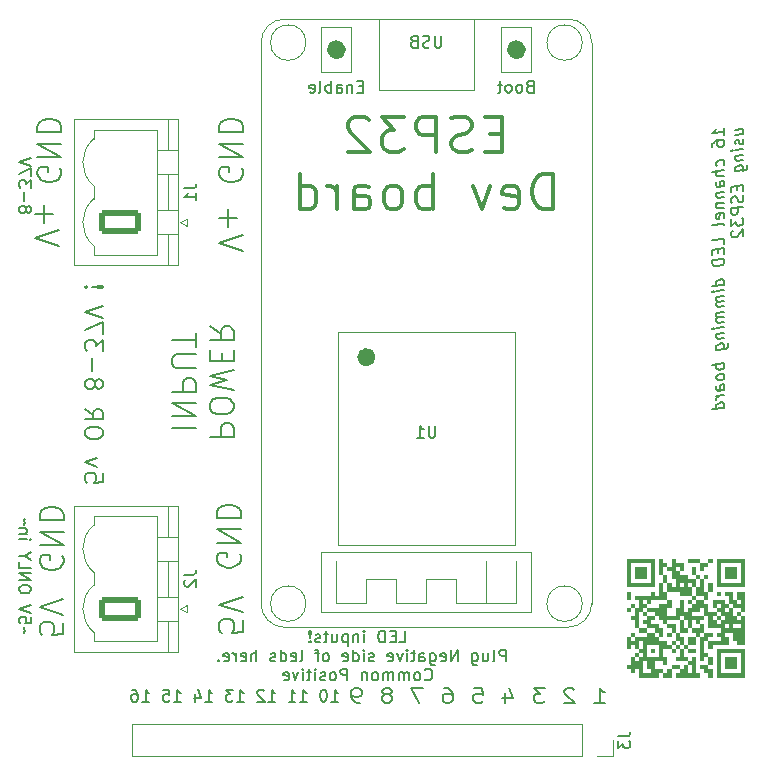
<source format=gbr>
%TF.GenerationSoftware,KiCad,Pcbnew,(6.0.10)*%
%TF.CreationDate,2023-04-05T19:00:52-05:00*%
%TF.ProjectId,pwm_pcb_v2,70776d5f-7063-4625-9f76-322e6b696361,rev?*%
%TF.SameCoordinates,Original*%
%TF.FileFunction,Legend,Bot*%
%TF.FilePolarity,Positive*%
%FSLAX46Y46*%
G04 Gerber Fmt 4.6, Leading zero omitted, Abs format (unit mm)*
G04 Created by KiCad (PCBNEW (6.0.10)) date 2023-04-05 19:00:52*
%MOMM*%
%LPD*%
G01*
G04 APERTURE LIST*
G04 Aperture macros list*
%AMRoundRect*
0 Rectangle with rounded corners*
0 $1 Rounding radius*
0 $2 $3 $4 $5 $6 $7 $8 $9 X,Y pos of 4 corners*
0 Add a 4 corners polygon primitive as box body*
4,1,4,$2,$3,$4,$5,$6,$7,$8,$9,$2,$3,0*
0 Add four circle primitives for the rounded corners*
1,1,$1+$1,$2,$3*
1,1,$1+$1,$4,$5*
1,1,$1+$1,$6,$7*
1,1,$1+$1,$8,$9*
0 Add four rect primitives between the rounded corners*
20,1,$1+$1,$2,$3,$4,$5,0*
20,1,$1+$1,$4,$5,$6,$7,0*
20,1,$1+$1,$6,$7,$8,$9,0*
20,1,$1+$1,$8,$9,$2,$3,0*%
G04 Aperture macros list end*
%ADD10C,0.150000*%
%ADD11C,0.187500*%
%ADD12C,0.300000*%
%ADD13C,0.120000*%
%ADD14C,1.000000*%
%ADD15C,0.800000*%
%ADD16C,0.250000*%
%ADD17C,3.200000*%
%ADD18R,1.700000X1.700000*%
%ADD19O,1.700000X1.700000*%
%ADD20RoundRect,0.249999X1.550001X-0.790001X1.550001X0.790001X-1.550001X0.790001X-1.550001X-0.790001X0*%
%ADD21O,3.600000X2.080000*%
%ADD22R,1.524000X1.524000*%
%ADD23C,1.524000*%
G04 APERTURE END LIST*
D10*
X96421428Y-89935714D02*
X96421428Y-90650000D01*
X95707142Y-90721428D01*
X95778571Y-90650000D01*
X95850000Y-90507142D01*
X95850000Y-90150000D01*
X95778571Y-90007142D01*
X95707142Y-89935714D01*
X95564285Y-89864285D01*
X95207142Y-89864285D01*
X95064285Y-89935714D01*
X94992857Y-90007142D01*
X94921428Y-90150000D01*
X94921428Y-90507142D01*
X94992857Y-90650000D01*
X95064285Y-90721428D01*
X95921428Y-89364285D02*
X94921428Y-89007142D01*
X95921428Y-88650000D01*
X96421428Y-86650000D02*
X96421428Y-86364285D01*
X96350000Y-86221428D01*
X96207142Y-86078571D01*
X95921428Y-86007142D01*
X95421428Y-86007142D01*
X95135714Y-86078571D01*
X94992857Y-86221428D01*
X94921428Y-86364285D01*
X94921428Y-86650000D01*
X94992857Y-86792857D01*
X95135714Y-86935714D01*
X95421428Y-87007142D01*
X95921428Y-87007142D01*
X96207142Y-86935714D01*
X96350000Y-86792857D01*
X96421428Y-86650000D01*
X94921428Y-84507142D02*
X95635714Y-85007142D01*
X94921428Y-85364285D02*
X96421428Y-85364285D01*
X96421428Y-84792857D01*
X96350000Y-84650000D01*
X96278571Y-84578571D01*
X96135714Y-84507142D01*
X95921428Y-84507142D01*
X95778571Y-84578571D01*
X95707142Y-84650000D01*
X95635714Y-84792857D01*
X95635714Y-85364285D01*
X95778571Y-82507142D02*
X95850000Y-82650000D01*
X95921428Y-82721428D01*
X96064285Y-82792857D01*
X96135714Y-82792857D01*
X96278571Y-82721428D01*
X96350000Y-82650000D01*
X96421428Y-82507142D01*
X96421428Y-82221428D01*
X96350000Y-82078571D01*
X96278571Y-82007142D01*
X96135714Y-81935714D01*
X96064285Y-81935714D01*
X95921428Y-82007142D01*
X95850000Y-82078571D01*
X95778571Y-82221428D01*
X95778571Y-82507142D01*
X95707142Y-82650000D01*
X95635714Y-82721428D01*
X95492857Y-82792857D01*
X95207142Y-82792857D01*
X95064285Y-82721428D01*
X94992857Y-82650000D01*
X94921428Y-82507142D01*
X94921428Y-82221428D01*
X94992857Y-82078571D01*
X95064285Y-82007142D01*
X95207142Y-81935714D01*
X95492857Y-81935714D01*
X95635714Y-82007142D01*
X95707142Y-82078571D01*
X95778571Y-82221428D01*
X95492857Y-81292857D02*
X95492857Y-80150000D01*
X96421428Y-79578571D02*
X96421428Y-78650000D01*
X95850000Y-79150000D01*
X95850000Y-78935714D01*
X95778571Y-78792857D01*
X95707142Y-78721428D01*
X95564285Y-78650000D01*
X95207142Y-78650000D01*
X95064285Y-78721428D01*
X94992857Y-78792857D01*
X94921428Y-78935714D01*
X94921428Y-79364285D01*
X94992857Y-79507142D01*
X95064285Y-79578571D01*
X96421428Y-78150000D02*
X96421428Y-77150000D01*
X94921428Y-77792857D01*
X96421428Y-76792857D02*
X94921428Y-76292857D01*
X96421428Y-75792857D01*
X95064285Y-74150000D02*
X94992857Y-74078571D01*
X94921428Y-74150000D01*
X94992857Y-74221428D01*
X95064285Y-74150000D01*
X94921428Y-74150000D01*
X95492857Y-74150000D02*
X96350000Y-74221428D01*
X96421428Y-74150000D01*
X96350000Y-74078571D01*
X95492857Y-74150000D01*
X96421428Y-74150000D01*
X92695238Y-70704761D02*
X90695238Y-70038095D01*
X92695238Y-69371428D01*
X91457142Y-68704761D02*
X91457142Y-67180952D01*
X90695238Y-67942857D02*
X92219047Y-67942857D01*
X105505238Y-86819047D02*
X107505238Y-86819047D01*
X107505238Y-86057142D01*
X107410000Y-85866666D01*
X107314761Y-85771428D01*
X107124285Y-85676190D01*
X106838571Y-85676190D01*
X106648095Y-85771428D01*
X106552857Y-85866666D01*
X106457619Y-86057142D01*
X106457619Y-86819047D01*
X107505238Y-84438095D02*
X107505238Y-84057142D01*
X107410000Y-83866666D01*
X107219523Y-83676190D01*
X106838571Y-83580952D01*
X106171904Y-83580952D01*
X105790952Y-83676190D01*
X105600476Y-83866666D01*
X105505238Y-84057142D01*
X105505238Y-84438095D01*
X105600476Y-84628571D01*
X105790952Y-84819047D01*
X106171904Y-84914285D01*
X106838571Y-84914285D01*
X107219523Y-84819047D01*
X107410000Y-84628571D01*
X107505238Y-84438095D01*
X107505238Y-82914285D02*
X105505238Y-82438095D01*
X106933809Y-82057142D01*
X105505238Y-81676190D01*
X107505238Y-81200000D01*
X106552857Y-80438095D02*
X106552857Y-79771428D01*
X105505238Y-79485714D02*
X105505238Y-80438095D01*
X107505238Y-80438095D01*
X107505238Y-79485714D01*
X105505238Y-77485714D02*
X106457619Y-78152380D01*
X105505238Y-78628571D02*
X107505238Y-78628571D01*
X107505238Y-77866666D01*
X107410000Y-77676190D01*
X107314761Y-77580952D01*
X107124285Y-77485714D01*
X106838571Y-77485714D01*
X106648095Y-77580952D01*
X106552857Y-77676190D01*
X106457619Y-77866666D01*
X106457619Y-78628571D01*
X102285238Y-86057142D02*
X104285238Y-86057142D01*
X102285238Y-85104761D02*
X104285238Y-85104761D01*
X102285238Y-83961904D01*
X104285238Y-83961904D01*
X102285238Y-83009523D02*
X104285238Y-83009523D01*
X104285238Y-82247619D01*
X104190000Y-82057142D01*
X104094761Y-81961904D01*
X103904285Y-81866666D01*
X103618571Y-81866666D01*
X103428095Y-81961904D01*
X103332857Y-82057142D01*
X103237619Y-82247619D01*
X103237619Y-83009523D01*
X104285238Y-81009523D02*
X102666190Y-81009523D01*
X102475714Y-80914285D01*
X102380476Y-80819047D01*
X102285238Y-80628571D01*
X102285238Y-80247619D01*
X102380476Y-80057142D01*
X102475714Y-79961904D01*
X102666190Y-79866666D01*
X104285238Y-79866666D01*
X104285238Y-79200000D02*
X104285238Y-78057142D01*
X102285238Y-78628571D02*
X104285238Y-78628571D01*
X89919047Y-67695238D02*
X89966666Y-67790476D01*
X90014285Y-67838095D01*
X90109523Y-67885714D01*
X90157142Y-67885714D01*
X90252380Y-67838095D01*
X90300000Y-67790476D01*
X90347619Y-67695238D01*
X90347619Y-67504761D01*
X90300000Y-67409523D01*
X90252380Y-67361904D01*
X90157142Y-67314285D01*
X90109523Y-67314285D01*
X90014285Y-67361904D01*
X89966666Y-67409523D01*
X89919047Y-67504761D01*
X89919047Y-67695238D01*
X89871428Y-67790476D01*
X89823809Y-67838095D01*
X89728571Y-67885714D01*
X89538095Y-67885714D01*
X89442857Y-67838095D01*
X89395238Y-67790476D01*
X89347619Y-67695238D01*
X89347619Y-67504761D01*
X89395238Y-67409523D01*
X89442857Y-67361904D01*
X89538095Y-67314285D01*
X89728571Y-67314285D01*
X89823809Y-67361904D01*
X89871428Y-67409523D01*
X89919047Y-67504761D01*
X89728571Y-66885714D02*
X89728571Y-66123809D01*
X90347619Y-65742857D02*
X90347619Y-65123809D01*
X89966666Y-65457142D01*
X89966666Y-65314285D01*
X89919047Y-65219047D01*
X89871428Y-65171428D01*
X89776190Y-65123809D01*
X89538095Y-65123809D01*
X89442857Y-65171428D01*
X89395238Y-65219047D01*
X89347619Y-65314285D01*
X89347619Y-65600000D01*
X89395238Y-65695238D01*
X89442857Y-65742857D01*
X90347619Y-64790476D02*
X90347619Y-64123809D01*
X89347619Y-64552380D01*
X90347619Y-63885714D02*
X89347619Y-63552380D01*
X90347619Y-63219047D01*
X108295238Y-102380952D02*
X108295238Y-103333333D01*
X107342857Y-103428571D01*
X107438095Y-103333333D01*
X107533333Y-103142857D01*
X107533333Y-102666666D01*
X107438095Y-102476190D01*
X107342857Y-102380952D01*
X107152380Y-102285714D01*
X106676190Y-102285714D01*
X106485714Y-102380952D01*
X106390476Y-102476190D01*
X106295238Y-102666666D01*
X106295238Y-103142857D01*
X106390476Y-103333333D01*
X106485714Y-103428571D01*
X108295238Y-101714285D02*
X106295238Y-101047619D01*
X108295238Y-100380952D01*
X115790476Y-109252380D02*
X116361904Y-109252380D01*
X116076190Y-109252380D02*
X116076190Y-108252380D01*
X116171428Y-108395238D01*
X116266666Y-108490476D01*
X116361904Y-108538095D01*
X115171428Y-108252380D02*
X115076190Y-108252380D01*
X114980952Y-108300000D01*
X114933333Y-108347619D01*
X114885714Y-108442857D01*
X114838095Y-108633333D01*
X114838095Y-108871428D01*
X114885714Y-109061904D01*
X114933333Y-109157142D01*
X114980952Y-109204761D01*
X115076190Y-109252380D01*
X115171428Y-109252380D01*
X115266666Y-109204761D01*
X115314285Y-109157142D01*
X115361904Y-109061904D01*
X115409523Y-108871428D01*
X115409523Y-108633333D01*
X115361904Y-108442857D01*
X115314285Y-108347619D01*
X115266666Y-108300000D01*
X115171428Y-108252380D01*
X113123809Y-109252380D02*
X113695238Y-109252380D01*
X113409523Y-109252380D02*
X113409523Y-108252380D01*
X113504761Y-108395238D01*
X113600000Y-108490476D01*
X113695238Y-108538095D01*
X112171428Y-109252380D02*
X112742857Y-109252380D01*
X112457142Y-109252380D02*
X112457142Y-108252380D01*
X112552380Y-108395238D01*
X112647619Y-108490476D01*
X112742857Y-108538095D01*
X110457142Y-109252380D02*
X111028571Y-109252380D01*
X110742857Y-109252380D02*
X110742857Y-108252380D01*
X110838095Y-108395238D01*
X110933333Y-108490476D01*
X111028571Y-108538095D01*
X110076190Y-108347619D02*
X110028571Y-108300000D01*
X109933333Y-108252380D01*
X109695238Y-108252380D01*
X109600000Y-108300000D01*
X109552380Y-108347619D01*
X109504761Y-108442857D01*
X109504761Y-108538095D01*
X109552380Y-108680952D01*
X110123809Y-109252380D01*
X109504761Y-109252380D01*
X107790476Y-109252380D02*
X108361904Y-109252380D01*
X108076190Y-109252380D02*
X108076190Y-108252380D01*
X108171428Y-108395238D01*
X108266666Y-108490476D01*
X108361904Y-108538095D01*
X107457142Y-108252380D02*
X106838095Y-108252380D01*
X107171428Y-108633333D01*
X107028571Y-108633333D01*
X106933333Y-108680952D01*
X106885714Y-108728571D01*
X106838095Y-108823809D01*
X106838095Y-109061904D01*
X106885714Y-109157142D01*
X106933333Y-109204761D01*
X107028571Y-109252380D01*
X107314285Y-109252380D01*
X107409523Y-109204761D01*
X107457142Y-109157142D01*
X105123809Y-109252380D02*
X105695238Y-109252380D01*
X105409523Y-109252380D02*
X105409523Y-108252380D01*
X105504761Y-108395238D01*
X105600000Y-108490476D01*
X105695238Y-108538095D01*
X104266666Y-108585714D02*
X104266666Y-109252380D01*
X104504761Y-108204761D02*
X104742857Y-108919047D01*
X104123809Y-108919047D01*
X102457142Y-109252380D02*
X103028571Y-109252380D01*
X102742857Y-109252380D02*
X102742857Y-108252380D01*
X102838095Y-108395238D01*
X102933333Y-108490476D01*
X103028571Y-108538095D01*
X101552380Y-108252380D02*
X102028571Y-108252380D01*
X102076190Y-108728571D01*
X102028571Y-108680952D01*
X101933333Y-108633333D01*
X101695238Y-108633333D01*
X101600000Y-108680952D01*
X101552380Y-108728571D01*
X101504761Y-108823809D01*
X101504761Y-109061904D01*
X101552380Y-109157142D01*
X101600000Y-109204761D01*
X101695238Y-109252380D01*
X101933333Y-109252380D01*
X102028571Y-109204761D01*
X102076190Y-109157142D01*
X99790476Y-109252380D02*
X100361904Y-109252380D01*
X100076190Y-109252380D02*
X100076190Y-108252380D01*
X100171428Y-108395238D01*
X100266666Y-108490476D01*
X100361904Y-108538095D01*
X98933333Y-108252380D02*
X99123809Y-108252380D01*
X99219047Y-108300000D01*
X99266666Y-108347619D01*
X99361904Y-108490476D01*
X99409523Y-108680952D01*
X99409523Y-109061904D01*
X99361904Y-109157142D01*
X99314285Y-109204761D01*
X99219047Y-109252380D01*
X99028571Y-109252380D01*
X98933333Y-109204761D01*
X98885714Y-109157142D01*
X98838095Y-109061904D01*
X98838095Y-108823809D01*
X98885714Y-108728571D01*
X98933333Y-108680952D01*
X99028571Y-108633333D01*
X99219047Y-108633333D01*
X99314285Y-108680952D01*
X99361904Y-108728571D01*
X99409523Y-108823809D01*
X93010000Y-96971428D02*
X93105238Y-97161904D01*
X93105238Y-97447619D01*
X93010000Y-97733333D01*
X92819523Y-97923809D01*
X92629047Y-98019047D01*
X92248095Y-98114285D01*
X91962380Y-98114285D01*
X91581428Y-98019047D01*
X91390952Y-97923809D01*
X91200476Y-97733333D01*
X91105238Y-97447619D01*
X91105238Y-97257142D01*
X91200476Y-96971428D01*
X91295714Y-96876190D01*
X91962380Y-96876190D01*
X91962380Y-97257142D01*
X91105238Y-96019047D02*
X93105238Y-96019047D01*
X91105238Y-94876190D01*
X93105238Y-94876190D01*
X91105238Y-93923809D02*
X93105238Y-93923809D01*
X93105238Y-93447619D01*
X93010000Y-93161904D01*
X92819523Y-92971428D01*
X92629047Y-92876190D01*
X92248095Y-92780952D01*
X91962380Y-92780952D01*
X91581428Y-92876190D01*
X91390952Y-92971428D01*
X91200476Y-93161904D01*
X91105238Y-93447619D01*
X91105238Y-93923809D01*
X138057142Y-109342857D02*
X138914285Y-109342857D01*
X138485714Y-109342857D02*
X138485714Y-108142857D01*
X138628571Y-108314285D01*
X138771428Y-108428571D01*
X138914285Y-108485714D01*
X136342857Y-108257142D02*
X136271428Y-108200000D01*
X136128571Y-108142857D01*
X135771428Y-108142857D01*
X135628571Y-108200000D01*
X135557142Y-108257142D01*
X135485714Y-108371428D01*
X135485714Y-108485714D01*
X135557142Y-108657142D01*
X136414285Y-109342857D01*
X135485714Y-109342857D01*
X133842857Y-108142857D02*
X132914285Y-108142857D01*
X133414285Y-108600000D01*
X133200000Y-108600000D01*
X133057142Y-108657142D01*
X132985714Y-108714285D01*
X132914285Y-108828571D01*
X132914285Y-109114285D01*
X132985714Y-109228571D01*
X133057142Y-109285714D01*
X133200000Y-109342857D01*
X133628571Y-109342857D01*
X133771428Y-109285714D01*
X133842857Y-109228571D01*
X130485714Y-108542857D02*
X130485714Y-109342857D01*
X130842857Y-108085714D02*
X131200000Y-108942857D01*
X130271428Y-108942857D01*
X127842857Y-108142857D02*
X128557142Y-108142857D01*
X128628571Y-108714285D01*
X128557142Y-108657142D01*
X128414285Y-108600000D01*
X128057142Y-108600000D01*
X127914285Y-108657142D01*
X127842857Y-108714285D01*
X127771428Y-108828571D01*
X127771428Y-109114285D01*
X127842857Y-109228571D01*
X127914285Y-109285714D01*
X128057142Y-109342857D01*
X128414285Y-109342857D01*
X128557142Y-109285714D01*
X128628571Y-109228571D01*
X125342857Y-108142857D02*
X125628571Y-108142857D01*
X125771428Y-108200000D01*
X125842857Y-108257142D01*
X125985714Y-108428571D01*
X126057142Y-108657142D01*
X126057142Y-109114285D01*
X125985714Y-109228571D01*
X125914285Y-109285714D01*
X125771428Y-109342857D01*
X125485714Y-109342857D01*
X125342857Y-109285714D01*
X125271428Y-109228571D01*
X125200000Y-109114285D01*
X125200000Y-108828571D01*
X125271428Y-108714285D01*
X125342857Y-108657142D01*
X125485714Y-108600000D01*
X125771428Y-108600000D01*
X125914285Y-108657142D01*
X125985714Y-108714285D01*
X126057142Y-108828571D01*
X123557142Y-108142857D02*
X122557142Y-108142857D01*
X123200000Y-109342857D01*
X120628571Y-108657142D02*
X120771428Y-108600000D01*
X120842857Y-108542857D01*
X120914285Y-108428571D01*
X120914285Y-108371428D01*
X120842857Y-108257142D01*
X120771428Y-108200000D01*
X120628571Y-108142857D01*
X120342857Y-108142857D01*
X120200000Y-108200000D01*
X120128571Y-108257142D01*
X120057142Y-108371428D01*
X120057142Y-108428571D01*
X120128571Y-108542857D01*
X120200000Y-108600000D01*
X120342857Y-108657142D01*
X120628571Y-108657142D01*
X120771428Y-108714285D01*
X120842857Y-108771428D01*
X120914285Y-108885714D01*
X120914285Y-109114285D01*
X120842857Y-109228571D01*
X120771428Y-109285714D01*
X120628571Y-109342857D01*
X120342857Y-109342857D01*
X120200000Y-109285714D01*
X120128571Y-109228571D01*
X120057142Y-109114285D01*
X120057142Y-108885714D01*
X120128571Y-108771428D01*
X120200000Y-108714285D01*
X120342857Y-108657142D01*
X118200000Y-109342857D02*
X117914285Y-109342857D01*
X117771428Y-109285714D01*
X117700000Y-109228571D01*
X117557142Y-109057142D01*
X117485714Y-108828571D01*
X117485714Y-108371428D01*
X117557142Y-108257142D01*
X117628571Y-108200000D01*
X117771428Y-108142857D01*
X118057142Y-108142857D01*
X118200000Y-108200000D01*
X118271428Y-108257142D01*
X118342857Y-108371428D01*
X118342857Y-108657142D01*
X118271428Y-108771428D01*
X118200000Y-108828571D01*
X118057142Y-108885714D01*
X117771428Y-108885714D01*
X117628571Y-108828571D01*
X117557142Y-108771428D01*
X117485714Y-108657142D01*
D11*
X149047380Y-61289732D02*
X149047380Y-60718303D01*
X149047380Y-61004017D02*
X148047380Y-61129017D01*
X148190238Y-61015922D01*
X148285476Y-60908779D01*
X148333095Y-60807589D01*
X148047380Y-62271875D02*
X148047380Y-62081398D01*
X148095000Y-61980208D01*
X148142619Y-61926636D01*
X148285476Y-61813541D01*
X148475952Y-61742113D01*
X148856904Y-61694494D01*
X148952142Y-61730208D01*
X148999761Y-61771875D01*
X149047380Y-61861160D01*
X149047380Y-62051636D01*
X148999761Y-62152827D01*
X148952142Y-62206398D01*
X148856904Y-62265922D01*
X148618809Y-62295684D01*
X148523571Y-62259970D01*
X148475952Y-62218303D01*
X148428333Y-62129017D01*
X148428333Y-61938541D01*
X148475952Y-61837351D01*
X148523571Y-61783779D01*
X148618809Y-61724255D01*
X148999761Y-63867113D02*
X149047380Y-63765922D01*
X149047380Y-63575446D01*
X148999761Y-63486160D01*
X148952142Y-63444494D01*
X148856904Y-63408779D01*
X148571190Y-63444494D01*
X148475952Y-63504017D01*
X148428333Y-63557589D01*
X148380714Y-63658779D01*
X148380714Y-63849255D01*
X148428333Y-63938541D01*
X149047380Y-64289732D02*
X148047380Y-64414732D01*
X149047380Y-64718303D02*
X148523571Y-64783779D01*
X148428333Y-64748065D01*
X148380714Y-64658779D01*
X148380714Y-64515922D01*
X148428333Y-64414732D01*
X148475952Y-64361160D01*
X149047380Y-65623065D02*
X148523571Y-65688541D01*
X148428333Y-65652827D01*
X148380714Y-65563541D01*
X148380714Y-65373065D01*
X148428333Y-65271875D01*
X148999761Y-65629017D02*
X149047380Y-65527827D01*
X149047380Y-65289732D01*
X148999761Y-65200446D01*
X148904523Y-65164732D01*
X148809285Y-65176636D01*
X148714047Y-65236160D01*
X148666428Y-65337351D01*
X148666428Y-65575446D01*
X148618809Y-65676636D01*
X148380714Y-66182589D02*
X149047380Y-66099255D01*
X148475952Y-66170684D02*
X148428333Y-66224255D01*
X148380714Y-66325446D01*
X148380714Y-66468303D01*
X148428333Y-66557589D01*
X148523571Y-66593303D01*
X149047380Y-66527827D01*
X148380714Y-67087351D02*
X149047380Y-67004017D01*
X148475952Y-67075446D02*
X148428333Y-67129017D01*
X148380714Y-67230208D01*
X148380714Y-67373065D01*
X148428333Y-67462351D01*
X148523571Y-67498065D01*
X149047380Y-67432589D01*
X148999761Y-68295684D02*
X149047380Y-68194494D01*
X149047380Y-68004017D01*
X148999761Y-67914732D01*
X148904523Y-67879017D01*
X148523571Y-67926636D01*
X148428333Y-67986160D01*
X148380714Y-68087351D01*
X148380714Y-68277827D01*
X148428333Y-68367113D01*
X148523571Y-68402827D01*
X148618809Y-68390922D01*
X148714047Y-67902827D01*
X149047380Y-68908779D02*
X148999761Y-68819494D01*
X148904523Y-68783779D01*
X148047380Y-68890922D01*
X149047380Y-70527827D02*
X149047380Y-70051636D01*
X148047380Y-70176636D01*
X148523571Y-70926636D02*
X148523571Y-71259970D01*
X149047380Y-71337351D02*
X149047380Y-70861160D01*
X148047380Y-70986160D01*
X148047380Y-71462351D01*
X149047380Y-71765922D02*
X148047380Y-71890922D01*
X148047380Y-72129017D01*
X148095000Y-72265922D01*
X148190238Y-72349255D01*
X148285476Y-72384970D01*
X148475952Y-72408779D01*
X148618809Y-72390922D01*
X148809285Y-72319494D01*
X148904523Y-72259970D01*
X148999761Y-72152827D01*
X149047380Y-72004017D01*
X149047380Y-71765922D01*
X149047380Y-73956398D02*
X148047380Y-74081398D01*
X148999761Y-73962351D02*
X149047380Y-73861160D01*
X149047380Y-73670684D01*
X148999761Y-73581398D01*
X148952142Y-73539732D01*
X148856904Y-73504017D01*
X148571190Y-73539732D01*
X148475952Y-73599255D01*
X148428333Y-73652827D01*
X148380714Y-73754017D01*
X148380714Y-73944494D01*
X148428333Y-74033779D01*
X149047380Y-74432589D02*
X148380714Y-74515922D01*
X148047380Y-74557589D02*
X148095000Y-74504017D01*
X148142619Y-74545684D01*
X148095000Y-74599255D01*
X148047380Y-74557589D01*
X148142619Y-74545684D01*
X149047380Y-74908779D02*
X148380714Y-74992113D01*
X148475952Y-74980208D02*
X148428333Y-75033779D01*
X148380714Y-75134970D01*
X148380714Y-75277827D01*
X148428333Y-75367113D01*
X148523571Y-75402827D01*
X149047380Y-75337351D01*
X148523571Y-75402827D02*
X148428333Y-75462351D01*
X148380714Y-75563541D01*
X148380714Y-75706398D01*
X148428333Y-75795684D01*
X148523571Y-75831398D01*
X149047380Y-75765922D01*
X149047380Y-76242113D02*
X148380714Y-76325446D01*
X148475952Y-76313541D02*
X148428333Y-76367113D01*
X148380714Y-76468303D01*
X148380714Y-76611160D01*
X148428333Y-76700446D01*
X148523571Y-76736160D01*
X149047380Y-76670684D01*
X148523571Y-76736160D02*
X148428333Y-76795684D01*
X148380714Y-76896875D01*
X148380714Y-77039732D01*
X148428333Y-77129017D01*
X148523571Y-77164732D01*
X149047380Y-77099255D01*
X149047380Y-77575446D02*
X148380714Y-77658779D01*
X148047380Y-77700446D02*
X148095000Y-77646875D01*
X148142619Y-77688541D01*
X148095000Y-77742113D01*
X148047380Y-77700446D01*
X148142619Y-77688541D01*
X148380714Y-78134970D02*
X149047380Y-78051636D01*
X148475952Y-78123065D02*
X148428333Y-78176636D01*
X148380714Y-78277827D01*
X148380714Y-78420684D01*
X148428333Y-78509970D01*
X148523571Y-78545684D01*
X149047380Y-78480208D01*
X148380714Y-79468303D02*
X149190238Y-79367113D01*
X149285476Y-79307589D01*
X149333095Y-79254017D01*
X149380714Y-79152827D01*
X149380714Y-79009970D01*
X149333095Y-78920684D01*
X148999761Y-79390922D02*
X149047380Y-79289732D01*
X149047380Y-79099255D01*
X148999761Y-79009970D01*
X148952142Y-78968303D01*
X148856904Y-78932589D01*
X148571190Y-78968303D01*
X148475952Y-79027827D01*
X148428333Y-79081398D01*
X148380714Y-79182589D01*
X148380714Y-79373065D01*
X148428333Y-79462351D01*
X149047380Y-80623065D02*
X148047380Y-80748065D01*
X148428333Y-80700446D02*
X148380714Y-80801636D01*
X148380714Y-80992113D01*
X148428333Y-81081398D01*
X148475952Y-81123065D01*
X148571190Y-81158779D01*
X148856904Y-81123065D01*
X148952142Y-81063541D01*
X148999761Y-81009970D01*
X149047380Y-80908779D01*
X149047380Y-80718303D01*
X148999761Y-80629017D01*
X149047380Y-81670684D02*
X148999761Y-81581398D01*
X148952142Y-81539732D01*
X148856904Y-81504017D01*
X148571190Y-81539732D01*
X148475952Y-81599255D01*
X148428333Y-81652827D01*
X148380714Y-81754017D01*
X148380714Y-81896875D01*
X148428333Y-81986160D01*
X148475952Y-82027827D01*
X148571190Y-82063541D01*
X148856904Y-82027827D01*
X148952142Y-81968303D01*
X148999761Y-81914732D01*
X149047380Y-81813541D01*
X149047380Y-81670684D01*
X149047380Y-82861160D02*
X148523571Y-82926636D01*
X148428333Y-82890922D01*
X148380714Y-82801636D01*
X148380714Y-82611160D01*
X148428333Y-82509970D01*
X148999761Y-82867113D02*
X149047380Y-82765922D01*
X149047380Y-82527827D01*
X148999761Y-82438541D01*
X148904523Y-82402827D01*
X148809285Y-82414732D01*
X148714047Y-82474255D01*
X148666428Y-82575446D01*
X148666428Y-82813541D01*
X148618809Y-82914732D01*
X149047380Y-83337351D02*
X148380714Y-83420684D01*
X148571190Y-83396875D02*
X148475952Y-83456398D01*
X148428333Y-83509970D01*
X148380714Y-83611160D01*
X148380714Y-83706398D01*
X149047380Y-84384970D02*
X148047380Y-84509970D01*
X148999761Y-84390922D02*
X149047380Y-84289732D01*
X149047380Y-84099255D01*
X148999761Y-84009970D01*
X148952142Y-83968303D01*
X148856904Y-83932589D01*
X148571190Y-83968303D01*
X148475952Y-84027827D01*
X148428333Y-84081398D01*
X148380714Y-84182589D01*
X148380714Y-84373065D01*
X148428333Y-84462351D01*
X149990714Y-61277827D02*
X150657380Y-61194494D01*
X149990714Y-60849255D02*
X150514523Y-60783779D01*
X150609761Y-60819494D01*
X150657380Y-60908779D01*
X150657380Y-61051636D01*
X150609761Y-61152827D01*
X150562142Y-61206398D01*
X150609761Y-61629017D02*
X150657380Y-61718303D01*
X150657380Y-61908779D01*
X150609761Y-62009970D01*
X150514523Y-62069494D01*
X150466904Y-62075446D01*
X150371666Y-62039732D01*
X150324047Y-61950446D01*
X150324047Y-61807589D01*
X150276428Y-61718303D01*
X150181190Y-61682589D01*
X150133571Y-61688541D01*
X150038333Y-61748065D01*
X149990714Y-61849255D01*
X149990714Y-61992113D01*
X150038333Y-62081398D01*
X150657380Y-62480208D02*
X149990714Y-62563541D01*
X149657380Y-62605208D02*
X149705000Y-62551636D01*
X149752619Y-62593303D01*
X149705000Y-62646875D01*
X149657380Y-62605208D01*
X149752619Y-62593303D01*
X149990714Y-63039732D02*
X150657380Y-62956398D01*
X150085952Y-63027827D02*
X150038333Y-63081398D01*
X149990714Y-63182589D01*
X149990714Y-63325446D01*
X150038333Y-63414732D01*
X150133571Y-63450446D01*
X150657380Y-63384970D01*
X149990714Y-64373065D02*
X150800238Y-64271875D01*
X150895476Y-64212351D01*
X150943095Y-64158779D01*
X150990714Y-64057589D01*
X150990714Y-63914732D01*
X150943095Y-63825446D01*
X150609761Y-64295684D02*
X150657380Y-64194494D01*
X150657380Y-64004017D01*
X150609761Y-63914732D01*
X150562142Y-63873065D01*
X150466904Y-63837351D01*
X150181190Y-63873065D01*
X150085952Y-63932589D01*
X150038333Y-63986160D01*
X149990714Y-64087351D01*
X149990714Y-64277827D01*
X150038333Y-64367113D01*
X150133571Y-65593303D02*
X150133571Y-65926636D01*
X150657380Y-66004017D02*
X150657380Y-65527827D01*
X149657380Y-65652827D01*
X149657380Y-66129017D01*
X150609761Y-66390922D02*
X150657380Y-66527827D01*
X150657380Y-66765922D01*
X150609761Y-66867113D01*
X150562142Y-66920684D01*
X150466904Y-66980208D01*
X150371666Y-66992113D01*
X150276428Y-66956398D01*
X150228809Y-66914732D01*
X150181190Y-66825446D01*
X150133571Y-66640922D01*
X150085952Y-66551636D01*
X150038333Y-66509970D01*
X149943095Y-66474255D01*
X149847857Y-66486160D01*
X149752619Y-66545684D01*
X149705000Y-66599255D01*
X149657380Y-66700446D01*
X149657380Y-66938541D01*
X149705000Y-67075446D01*
X150657380Y-67384970D02*
X149657380Y-67509970D01*
X149657380Y-67890922D01*
X149705000Y-67980208D01*
X149752619Y-68021875D01*
X149847857Y-68057589D01*
X149990714Y-68039732D01*
X150085952Y-67980208D01*
X150133571Y-67926636D01*
X150181190Y-67825446D01*
X150181190Y-67444494D01*
X149657380Y-68414732D02*
X149657380Y-69033779D01*
X150038333Y-68652827D01*
X150038333Y-68795684D01*
X150085952Y-68884970D01*
X150133571Y-68926636D01*
X150228809Y-68962351D01*
X150466904Y-68932589D01*
X150562142Y-68873065D01*
X150609761Y-68819494D01*
X150657380Y-68718303D01*
X150657380Y-68432589D01*
X150609761Y-68343303D01*
X150562142Y-68301636D01*
X149752619Y-69402827D02*
X149705000Y-69456398D01*
X149657380Y-69557589D01*
X149657380Y-69795684D01*
X149705000Y-69884970D01*
X149752619Y-69926636D01*
X149847857Y-69962351D01*
X149943095Y-69950446D01*
X150085952Y-69884970D01*
X150657380Y-69242113D01*
X150657380Y-69861160D01*
D10*
X108295238Y-71104761D02*
X106295238Y-70438095D01*
X108295238Y-69771428D01*
X107057142Y-69104761D02*
X107057142Y-67580952D01*
X106295238Y-68342857D02*
X107819047Y-68342857D01*
X108200000Y-64123809D02*
X108295238Y-64314285D01*
X108295238Y-64600000D01*
X108200000Y-64885714D01*
X108009523Y-65076190D01*
X107819047Y-65171428D01*
X107438095Y-65266666D01*
X107152380Y-65266666D01*
X106771428Y-65171428D01*
X106580952Y-65076190D01*
X106390476Y-64885714D01*
X106295238Y-64600000D01*
X106295238Y-64409523D01*
X106390476Y-64123809D01*
X106485714Y-64028571D01*
X107152380Y-64028571D01*
X107152380Y-64409523D01*
X106295238Y-63171428D02*
X108295238Y-63171428D01*
X106295238Y-62028571D01*
X108295238Y-62028571D01*
X106295238Y-61076190D02*
X108295238Y-61076190D01*
X108295238Y-60600000D01*
X108200000Y-60314285D01*
X108009523Y-60123809D01*
X107819047Y-60028571D01*
X107438095Y-59933333D01*
X107152380Y-59933333D01*
X106771428Y-60028571D01*
X106580952Y-60123809D01*
X106390476Y-60314285D01*
X106295238Y-60600000D01*
X106295238Y-61076190D01*
X89728571Y-103457142D02*
X89776190Y-103409523D01*
X89823809Y-103314285D01*
X89728571Y-103123809D01*
X89776190Y-103028571D01*
X89823809Y-102980952D01*
X90347619Y-102123809D02*
X90347619Y-102600000D01*
X89871428Y-102647619D01*
X89919047Y-102600000D01*
X89966666Y-102504761D01*
X89966666Y-102266666D01*
X89919047Y-102171428D01*
X89871428Y-102123809D01*
X89776190Y-102076190D01*
X89538095Y-102076190D01*
X89442857Y-102123809D01*
X89395238Y-102171428D01*
X89347619Y-102266666D01*
X89347619Y-102504761D01*
X89395238Y-102600000D01*
X89442857Y-102647619D01*
X90347619Y-101790476D02*
X89347619Y-101457142D01*
X90347619Y-101123809D01*
X90347619Y-99838095D02*
X90347619Y-99647619D01*
X90300000Y-99552380D01*
X90204761Y-99457142D01*
X90014285Y-99409523D01*
X89680952Y-99409523D01*
X89490476Y-99457142D01*
X89395238Y-99552380D01*
X89347619Y-99647619D01*
X89347619Y-99838095D01*
X89395238Y-99933333D01*
X89490476Y-100028571D01*
X89680952Y-100076190D01*
X90014285Y-100076190D01*
X90204761Y-100028571D01*
X90300000Y-99933333D01*
X90347619Y-99838095D01*
X89347619Y-98980952D02*
X90347619Y-98980952D01*
X89347619Y-98409523D01*
X90347619Y-98409523D01*
X89347619Y-97457142D02*
X89347619Y-97933333D01*
X90347619Y-97933333D01*
X89823809Y-96933333D02*
X89347619Y-96933333D01*
X90347619Y-97266666D02*
X89823809Y-96933333D01*
X90347619Y-96600000D01*
X89347619Y-95504761D02*
X90014285Y-95504761D01*
X90347619Y-95504761D02*
X90300000Y-95552380D01*
X90252380Y-95504761D01*
X90300000Y-95457142D01*
X90347619Y-95504761D01*
X90252380Y-95504761D01*
X90014285Y-95028571D02*
X89347619Y-95028571D01*
X89919047Y-95028571D02*
X89966666Y-94980952D01*
X90014285Y-94885714D01*
X90014285Y-94742857D01*
X89966666Y-94647619D01*
X89871428Y-94600000D01*
X89347619Y-94600000D01*
X89728571Y-94266666D02*
X89776190Y-94219047D01*
X89823809Y-94123809D01*
X89728571Y-93933333D01*
X89776190Y-93838095D01*
X89823809Y-93790476D01*
X108010000Y-96771428D02*
X108105238Y-96961904D01*
X108105238Y-97247619D01*
X108010000Y-97533333D01*
X107819523Y-97723809D01*
X107629047Y-97819047D01*
X107248095Y-97914285D01*
X106962380Y-97914285D01*
X106581428Y-97819047D01*
X106390952Y-97723809D01*
X106200476Y-97533333D01*
X106105238Y-97247619D01*
X106105238Y-97057142D01*
X106200476Y-96771428D01*
X106295714Y-96676190D01*
X106962380Y-96676190D01*
X106962380Y-97057142D01*
X106105238Y-95819047D02*
X108105238Y-95819047D01*
X106105238Y-94676190D01*
X108105238Y-94676190D01*
X106105238Y-93723809D02*
X108105238Y-93723809D01*
X108105238Y-93247619D01*
X108010000Y-92961904D01*
X107819523Y-92771428D01*
X107629047Y-92676190D01*
X107248095Y-92580952D01*
X106962380Y-92580952D01*
X106581428Y-92676190D01*
X106390952Y-92771428D01*
X106200476Y-92961904D01*
X106105238Y-93247619D01*
X106105238Y-93723809D01*
D12*
X130228571Y-61170714D02*
X129228571Y-61170714D01*
X128800000Y-62742142D02*
X130228571Y-62742142D01*
X130228571Y-59742142D01*
X128800000Y-59742142D01*
X127657142Y-62599285D02*
X127228571Y-62742142D01*
X126514285Y-62742142D01*
X126228571Y-62599285D01*
X126085714Y-62456428D01*
X125942857Y-62170714D01*
X125942857Y-61885000D01*
X126085714Y-61599285D01*
X126228571Y-61456428D01*
X126514285Y-61313571D01*
X127085714Y-61170714D01*
X127371428Y-61027857D01*
X127514285Y-60885000D01*
X127657142Y-60599285D01*
X127657142Y-60313571D01*
X127514285Y-60027857D01*
X127371428Y-59885000D01*
X127085714Y-59742142D01*
X126371428Y-59742142D01*
X125942857Y-59885000D01*
X124657142Y-62742142D02*
X124657142Y-59742142D01*
X123514285Y-59742142D01*
X123228571Y-59885000D01*
X123085714Y-60027857D01*
X122942857Y-60313571D01*
X122942857Y-60742142D01*
X123085714Y-61027857D01*
X123228571Y-61170714D01*
X123514285Y-61313571D01*
X124657142Y-61313571D01*
X121942857Y-59742142D02*
X120085714Y-59742142D01*
X121085714Y-60885000D01*
X120657142Y-60885000D01*
X120371428Y-61027857D01*
X120228571Y-61170714D01*
X120085714Y-61456428D01*
X120085714Y-62170714D01*
X120228571Y-62456428D01*
X120371428Y-62599285D01*
X120657142Y-62742142D01*
X121514285Y-62742142D01*
X121800000Y-62599285D01*
X121942857Y-62456428D01*
X118942857Y-60027857D02*
X118800000Y-59885000D01*
X118514285Y-59742142D01*
X117800000Y-59742142D01*
X117514285Y-59885000D01*
X117371428Y-60027857D01*
X117228571Y-60313571D01*
X117228571Y-60599285D01*
X117371428Y-61027857D01*
X119085714Y-62742142D01*
X117228571Y-62742142D01*
X134514285Y-67572142D02*
X134514285Y-64572142D01*
X133800000Y-64572142D01*
X133371428Y-64715000D01*
X133085714Y-65000714D01*
X132942857Y-65286428D01*
X132800000Y-65857857D01*
X132800000Y-66286428D01*
X132942857Y-66857857D01*
X133085714Y-67143571D01*
X133371428Y-67429285D01*
X133800000Y-67572142D01*
X134514285Y-67572142D01*
X130371428Y-67429285D02*
X130657142Y-67572142D01*
X131228571Y-67572142D01*
X131514285Y-67429285D01*
X131657142Y-67143571D01*
X131657142Y-66000714D01*
X131514285Y-65715000D01*
X131228571Y-65572142D01*
X130657142Y-65572142D01*
X130371428Y-65715000D01*
X130228571Y-66000714D01*
X130228571Y-66286428D01*
X131657142Y-66572142D01*
X129228571Y-65572142D02*
X128514285Y-67572142D01*
X127800000Y-65572142D01*
X124371428Y-67572142D02*
X124371428Y-64572142D01*
X124371428Y-65715000D02*
X124085714Y-65572142D01*
X123514285Y-65572142D01*
X123228571Y-65715000D01*
X123085714Y-65857857D01*
X122942857Y-66143571D01*
X122942857Y-67000714D01*
X123085714Y-67286428D01*
X123228571Y-67429285D01*
X123514285Y-67572142D01*
X124085714Y-67572142D01*
X124371428Y-67429285D01*
X121228571Y-67572142D02*
X121514285Y-67429285D01*
X121657142Y-67286428D01*
X121800000Y-67000714D01*
X121800000Y-66143571D01*
X121657142Y-65857857D01*
X121514285Y-65715000D01*
X121228571Y-65572142D01*
X120800000Y-65572142D01*
X120514285Y-65715000D01*
X120371428Y-65857857D01*
X120228571Y-66143571D01*
X120228571Y-67000714D01*
X120371428Y-67286428D01*
X120514285Y-67429285D01*
X120800000Y-67572142D01*
X121228571Y-67572142D01*
X117657142Y-67572142D02*
X117657142Y-66000714D01*
X117800000Y-65715000D01*
X118085714Y-65572142D01*
X118657142Y-65572142D01*
X118942857Y-65715000D01*
X117657142Y-67429285D02*
X117942857Y-67572142D01*
X118657142Y-67572142D01*
X118942857Y-67429285D01*
X119085714Y-67143571D01*
X119085714Y-66857857D01*
X118942857Y-66572142D01*
X118657142Y-66429285D01*
X117942857Y-66429285D01*
X117657142Y-66286428D01*
X116228571Y-67572142D02*
X116228571Y-65572142D01*
X116228571Y-66143571D02*
X116085714Y-65857857D01*
X115942857Y-65715000D01*
X115657142Y-65572142D01*
X115371428Y-65572142D01*
X113085714Y-67572142D02*
X113085714Y-64572142D01*
X113085714Y-67429285D02*
X113371428Y-67572142D01*
X113942857Y-67572142D01*
X114228571Y-67429285D01*
X114371428Y-67286428D01*
X114514285Y-67000714D01*
X114514285Y-66143571D01*
X114371428Y-65857857D01*
X114228571Y-65715000D01*
X113942857Y-65572142D01*
X113371428Y-65572142D01*
X113085714Y-65715000D01*
D10*
X92800000Y-64123809D02*
X92895238Y-64314285D01*
X92895238Y-64600000D01*
X92800000Y-64885714D01*
X92609523Y-65076190D01*
X92419047Y-65171428D01*
X92038095Y-65266666D01*
X91752380Y-65266666D01*
X91371428Y-65171428D01*
X91180952Y-65076190D01*
X90990476Y-64885714D01*
X90895238Y-64600000D01*
X90895238Y-64409523D01*
X90990476Y-64123809D01*
X91085714Y-64028571D01*
X91752380Y-64028571D01*
X91752380Y-64409523D01*
X90895238Y-63171428D02*
X92895238Y-63171428D01*
X90895238Y-62028571D01*
X92895238Y-62028571D01*
X90895238Y-61076190D02*
X92895238Y-61076190D01*
X92895238Y-60600000D01*
X92800000Y-60314285D01*
X92609523Y-60123809D01*
X92419047Y-60028571D01*
X92038095Y-59933333D01*
X91752380Y-59933333D01*
X91371428Y-60028571D01*
X91180952Y-60123809D01*
X90990476Y-60314285D01*
X90895238Y-60600000D01*
X90895238Y-61076190D01*
X93095238Y-102580952D02*
X93095238Y-103533333D01*
X92142857Y-103628571D01*
X92238095Y-103533333D01*
X92333333Y-103342857D01*
X92333333Y-102866666D01*
X92238095Y-102676190D01*
X92142857Y-102580952D01*
X91952380Y-102485714D01*
X91476190Y-102485714D01*
X91285714Y-102580952D01*
X91190476Y-102676190D01*
X91095238Y-102866666D01*
X91095238Y-103342857D01*
X91190476Y-103533333D01*
X91285714Y-103628571D01*
X93095238Y-101914285D02*
X91095238Y-101247619D01*
X93095238Y-100580952D01*
X121547619Y-104242380D02*
X122023809Y-104242380D01*
X122023809Y-103242380D01*
X121214285Y-103718571D02*
X120880952Y-103718571D01*
X120738095Y-104242380D02*
X121214285Y-104242380D01*
X121214285Y-103242380D01*
X120738095Y-103242380D01*
X120309523Y-104242380D02*
X120309523Y-103242380D01*
X120071428Y-103242380D01*
X119928571Y-103290000D01*
X119833333Y-103385238D01*
X119785714Y-103480476D01*
X119738095Y-103670952D01*
X119738095Y-103813809D01*
X119785714Y-104004285D01*
X119833333Y-104099523D01*
X119928571Y-104194761D01*
X120071428Y-104242380D01*
X120309523Y-104242380D01*
X118547619Y-104242380D02*
X118547619Y-103575714D01*
X118547619Y-103242380D02*
X118595238Y-103290000D01*
X118547619Y-103337619D01*
X118500000Y-103290000D01*
X118547619Y-103242380D01*
X118547619Y-103337619D01*
X118071428Y-103575714D02*
X118071428Y-104242380D01*
X118071428Y-103670952D02*
X118023809Y-103623333D01*
X117928571Y-103575714D01*
X117785714Y-103575714D01*
X117690476Y-103623333D01*
X117642857Y-103718571D01*
X117642857Y-104242380D01*
X117166666Y-103575714D02*
X117166666Y-104575714D01*
X117166666Y-103623333D02*
X117071428Y-103575714D01*
X116880952Y-103575714D01*
X116785714Y-103623333D01*
X116738095Y-103670952D01*
X116690476Y-103766190D01*
X116690476Y-104051904D01*
X116738095Y-104147142D01*
X116785714Y-104194761D01*
X116880952Y-104242380D01*
X117071428Y-104242380D01*
X117166666Y-104194761D01*
X115833333Y-103575714D02*
X115833333Y-104242380D01*
X116261904Y-103575714D02*
X116261904Y-104099523D01*
X116214285Y-104194761D01*
X116119047Y-104242380D01*
X115976190Y-104242380D01*
X115880952Y-104194761D01*
X115833333Y-104147142D01*
X115500000Y-103575714D02*
X115119047Y-103575714D01*
X115357142Y-103242380D02*
X115357142Y-104099523D01*
X115309523Y-104194761D01*
X115214285Y-104242380D01*
X115119047Y-104242380D01*
X114833333Y-104194761D02*
X114738095Y-104242380D01*
X114547619Y-104242380D01*
X114452380Y-104194761D01*
X114404761Y-104099523D01*
X114404761Y-104051904D01*
X114452380Y-103956666D01*
X114547619Y-103909047D01*
X114690476Y-103909047D01*
X114785714Y-103861428D01*
X114833333Y-103766190D01*
X114833333Y-103718571D01*
X114785714Y-103623333D01*
X114690476Y-103575714D01*
X114547619Y-103575714D01*
X114452380Y-103623333D01*
X113976190Y-104147142D02*
X113928571Y-104194761D01*
X113976190Y-104242380D01*
X114023809Y-104194761D01*
X113976190Y-104147142D01*
X113976190Y-104242380D01*
X113976190Y-103861428D02*
X114023809Y-103290000D01*
X113976190Y-103242380D01*
X113928571Y-103290000D01*
X113976190Y-103861428D01*
X113976190Y-103242380D01*
X130571428Y-105852380D02*
X130571428Y-104852380D01*
X130190476Y-104852380D01*
X130095238Y-104900000D01*
X130047619Y-104947619D01*
X130000000Y-105042857D01*
X130000000Y-105185714D01*
X130047619Y-105280952D01*
X130095238Y-105328571D01*
X130190476Y-105376190D01*
X130571428Y-105376190D01*
X129428571Y-105852380D02*
X129523809Y-105804761D01*
X129571428Y-105709523D01*
X129571428Y-104852380D01*
X128619047Y-105185714D02*
X128619047Y-105852380D01*
X129047619Y-105185714D02*
X129047619Y-105709523D01*
X129000000Y-105804761D01*
X128904761Y-105852380D01*
X128761904Y-105852380D01*
X128666666Y-105804761D01*
X128619047Y-105757142D01*
X127714285Y-105185714D02*
X127714285Y-105995238D01*
X127761904Y-106090476D01*
X127809523Y-106138095D01*
X127904761Y-106185714D01*
X128047619Y-106185714D01*
X128142857Y-106138095D01*
X127714285Y-105804761D02*
X127809523Y-105852380D01*
X128000000Y-105852380D01*
X128095238Y-105804761D01*
X128142857Y-105757142D01*
X128190476Y-105661904D01*
X128190476Y-105376190D01*
X128142857Y-105280952D01*
X128095238Y-105233333D01*
X128000000Y-105185714D01*
X127809523Y-105185714D01*
X127714285Y-105233333D01*
X126476190Y-105852380D02*
X126476190Y-104852380D01*
X125904761Y-105852380D01*
X125904761Y-104852380D01*
X125047619Y-105804761D02*
X125142857Y-105852380D01*
X125333333Y-105852380D01*
X125428571Y-105804761D01*
X125476190Y-105709523D01*
X125476190Y-105328571D01*
X125428571Y-105233333D01*
X125333333Y-105185714D01*
X125142857Y-105185714D01*
X125047619Y-105233333D01*
X125000000Y-105328571D01*
X125000000Y-105423809D01*
X125476190Y-105519047D01*
X124142857Y-105185714D02*
X124142857Y-105995238D01*
X124190476Y-106090476D01*
X124238095Y-106138095D01*
X124333333Y-106185714D01*
X124476190Y-106185714D01*
X124571428Y-106138095D01*
X124142857Y-105804761D02*
X124238095Y-105852380D01*
X124428571Y-105852380D01*
X124523809Y-105804761D01*
X124571428Y-105757142D01*
X124619047Y-105661904D01*
X124619047Y-105376190D01*
X124571428Y-105280952D01*
X124523809Y-105233333D01*
X124428571Y-105185714D01*
X124238095Y-105185714D01*
X124142857Y-105233333D01*
X123238095Y-105852380D02*
X123238095Y-105328571D01*
X123285714Y-105233333D01*
X123380952Y-105185714D01*
X123571428Y-105185714D01*
X123666666Y-105233333D01*
X123238095Y-105804761D02*
X123333333Y-105852380D01*
X123571428Y-105852380D01*
X123666666Y-105804761D01*
X123714285Y-105709523D01*
X123714285Y-105614285D01*
X123666666Y-105519047D01*
X123571428Y-105471428D01*
X123333333Y-105471428D01*
X123238095Y-105423809D01*
X122904761Y-105185714D02*
X122523809Y-105185714D01*
X122761904Y-104852380D02*
X122761904Y-105709523D01*
X122714285Y-105804761D01*
X122619047Y-105852380D01*
X122523809Y-105852380D01*
X122190476Y-105852380D02*
X122190476Y-105185714D01*
X122190476Y-104852380D02*
X122238095Y-104900000D01*
X122190476Y-104947619D01*
X122142857Y-104900000D01*
X122190476Y-104852380D01*
X122190476Y-104947619D01*
X121809523Y-105185714D02*
X121571428Y-105852380D01*
X121333333Y-105185714D01*
X120571428Y-105804761D02*
X120666666Y-105852380D01*
X120857142Y-105852380D01*
X120952380Y-105804761D01*
X121000000Y-105709523D01*
X121000000Y-105328571D01*
X120952380Y-105233333D01*
X120857142Y-105185714D01*
X120666666Y-105185714D01*
X120571428Y-105233333D01*
X120523809Y-105328571D01*
X120523809Y-105423809D01*
X121000000Y-105519047D01*
X119380952Y-105804761D02*
X119285714Y-105852380D01*
X119095238Y-105852380D01*
X119000000Y-105804761D01*
X118952380Y-105709523D01*
X118952380Y-105661904D01*
X119000000Y-105566666D01*
X119095238Y-105519047D01*
X119238095Y-105519047D01*
X119333333Y-105471428D01*
X119380952Y-105376190D01*
X119380952Y-105328571D01*
X119333333Y-105233333D01*
X119238095Y-105185714D01*
X119095238Y-105185714D01*
X119000000Y-105233333D01*
X118523809Y-105852380D02*
X118523809Y-105185714D01*
X118523809Y-104852380D02*
X118571428Y-104900000D01*
X118523809Y-104947619D01*
X118476190Y-104900000D01*
X118523809Y-104852380D01*
X118523809Y-104947619D01*
X117619047Y-105852380D02*
X117619047Y-104852380D01*
X117619047Y-105804761D02*
X117714285Y-105852380D01*
X117904761Y-105852380D01*
X118000000Y-105804761D01*
X118047619Y-105757142D01*
X118095238Y-105661904D01*
X118095238Y-105376190D01*
X118047619Y-105280952D01*
X118000000Y-105233333D01*
X117904761Y-105185714D01*
X117714285Y-105185714D01*
X117619047Y-105233333D01*
X116761904Y-105804761D02*
X116857142Y-105852380D01*
X117047619Y-105852380D01*
X117142857Y-105804761D01*
X117190476Y-105709523D01*
X117190476Y-105328571D01*
X117142857Y-105233333D01*
X117047619Y-105185714D01*
X116857142Y-105185714D01*
X116761904Y-105233333D01*
X116714285Y-105328571D01*
X116714285Y-105423809D01*
X117190476Y-105519047D01*
X115380952Y-105852380D02*
X115476190Y-105804761D01*
X115523809Y-105757142D01*
X115571428Y-105661904D01*
X115571428Y-105376190D01*
X115523809Y-105280952D01*
X115476190Y-105233333D01*
X115380952Y-105185714D01*
X115238095Y-105185714D01*
X115142857Y-105233333D01*
X115095238Y-105280952D01*
X115047619Y-105376190D01*
X115047619Y-105661904D01*
X115095238Y-105757142D01*
X115142857Y-105804761D01*
X115238095Y-105852380D01*
X115380952Y-105852380D01*
X114761904Y-105185714D02*
X114380952Y-105185714D01*
X114619047Y-105852380D02*
X114619047Y-104995238D01*
X114571428Y-104900000D01*
X114476190Y-104852380D01*
X114380952Y-104852380D01*
X113142857Y-105852380D02*
X113238095Y-105804761D01*
X113285714Y-105709523D01*
X113285714Y-104852380D01*
X112380952Y-105804761D02*
X112476190Y-105852380D01*
X112666666Y-105852380D01*
X112761904Y-105804761D01*
X112809523Y-105709523D01*
X112809523Y-105328571D01*
X112761904Y-105233333D01*
X112666666Y-105185714D01*
X112476190Y-105185714D01*
X112380952Y-105233333D01*
X112333333Y-105328571D01*
X112333333Y-105423809D01*
X112809523Y-105519047D01*
X111476190Y-105852380D02*
X111476190Y-104852380D01*
X111476190Y-105804761D02*
X111571428Y-105852380D01*
X111761904Y-105852380D01*
X111857142Y-105804761D01*
X111904761Y-105757142D01*
X111952380Y-105661904D01*
X111952380Y-105376190D01*
X111904761Y-105280952D01*
X111857142Y-105233333D01*
X111761904Y-105185714D01*
X111571428Y-105185714D01*
X111476190Y-105233333D01*
X111047619Y-105804761D02*
X110952380Y-105852380D01*
X110761904Y-105852380D01*
X110666666Y-105804761D01*
X110619047Y-105709523D01*
X110619047Y-105661904D01*
X110666666Y-105566666D01*
X110761904Y-105519047D01*
X110904761Y-105519047D01*
X111000000Y-105471428D01*
X111047619Y-105376190D01*
X111047619Y-105328571D01*
X111000000Y-105233333D01*
X110904761Y-105185714D01*
X110761904Y-105185714D01*
X110666666Y-105233333D01*
X109428571Y-105852380D02*
X109428571Y-104852380D01*
X109000000Y-105852380D02*
X109000000Y-105328571D01*
X109047619Y-105233333D01*
X109142857Y-105185714D01*
X109285714Y-105185714D01*
X109380952Y-105233333D01*
X109428571Y-105280952D01*
X108142857Y-105804761D02*
X108238095Y-105852380D01*
X108428571Y-105852380D01*
X108523809Y-105804761D01*
X108571428Y-105709523D01*
X108571428Y-105328571D01*
X108523809Y-105233333D01*
X108428571Y-105185714D01*
X108238095Y-105185714D01*
X108142857Y-105233333D01*
X108095238Y-105328571D01*
X108095238Y-105423809D01*
X108571428Y-105519047D01*
X107666666Y-105852380D02*
X107666666Y-105185714D01*
X107666666Y-105376190D02*
X107619047Y-105280952D01*
X107571428Y-105233333D01*
X107476190Y-105185714D01*
X107380952Y-105185714D01*
X106666666Y-105804761D02*
X106761904Y-105852380D01*
X106952380Y-105852380D01*
X107047619Y-105804761D01*
X107095238Y-105709523D01*
X107095238Y-105328571D01*
X107047619Y-105233333D01*
X106952380Y-105185714D01*
X106761904Y-105185714D01*
X106666666Y-105233333D01*
X106619047Y-105328571D01*
X106619047Y-105423809D01*
X107095238Y-105519047D01*
X106190476Y-105757142D02*
X106142857Y-105804761D01*
X106190476Y-105852380D01*
X106238095Y-105804761D01*
X106190476Y-105757142D01*
X106190476Y-105852380D01*
X123690476Y-107367142D02*
X123738095Y-107414761D01*
X123880952Y-107462380D01*
X123976190Y-107462380D01*
X124119047Y-107414761D01*
X124214285Y-107319523D01*
X124261904Y-107224285D01*
X124309523Y-107033809D01*
X124309523Y-106890952D01*
X124261904Y-106700476D01*
X124214285Y-106605238D01*
X124119047Y-106510000D01*
X123976190Y-106462380D01*
X123880952Y-106462380D01*
X123738095Y-106510000D01*
X123690476Y-106557619D01*
X123119047Y-107462380D02*
X123214285Y-107414761D01*
X123261904Y-107367142D01*
X123309523Y-107271904D01*
X123309523Y-106986190D01*
X123261904Y-106890952D01*
X123214285Y-106843333D01*
X123119047Y-106795714D01*
X122976190Y-106795714D01*
X122880952Y-106843333D01*
X122833333Y-106890952D01*
X122785714Y-106986190D01*
X122785714Y-107271904D01*
X122833333Y-107367142D01*
X122880952Y-107414761D01*
X122976190Y-107462380D01*
X123119047Y-107462380D01*
X122357142Y-107462380D02*
X122357142Y-106795714D01*
X122357142Y-106890952D02*
X122309523Y-106843333D01*
X122214285Y-106795714D01*
X122071428Y-106795714D01*
X121976190Y-106843333D01*
X121928571Y-106938571D01*
X121928571Y-107462380D01*
X121928571Y-106938571D02*
X121880952Y-106843333D01*
X121785714Y-106795714D01*
X121642857Y-106795714D01*
X121547619Y-106843333D01*
X121500000Y-106938571D01*
X121500000Y-107462380D01*
X121023809Y-107462380D02*
X121023809Y-106795714D01*
X121023809Y-106890952D02*
X120976190Y-106843333D01*
X120880952Y-106795714D01*
X120738095Y-106795714D01*
X120642857Y-106843333D01*
X120595238Y-106938571D01*
X120595238Y-107462380D01*
X120595238Y-106938571D02*
X120547619Y-106843333D01*
X120452380Y-106795714D01*
X120309523Y-106795714D01*
X120214285Y-106843333D01*
X120166666Y-106938571D01*
X120166666Y-107462380D01*
X119547619Y-107462380D02*
X119642857Y-107414761D01*
X119690476Y-107367142D01*
X119738095Y-107271904D01*
X119738095Y-106986190D01*
X119690476Y-106890952D01*
X119642857Y-106843333D01*
X119547619Y-106795714D01*
X119404761Y-106795714D01*
X119309523Y-106843333D01*
X119261904Y-106890952D01*
X119214285Y-106986190D01*
X119214285Y-107271904D01*
X119261904Y-107367142D01*
X119309523Y-107414761D01*
X119404761Y-107462380D01*
X119547619Y-107462380D01*
X118785714Y-106795714D02*
X118785714Y-107462380D01*
X118785714Y-106890952D02*
X118738095Y-106843333D01*
X118642857Y-106795714D01*
X118500000Y-106795714D01*
X118404761Y-106843333D01*
X118357142Y-106938571D01*
X118357142Y-107462380D01*
X117119047Y-107462380D02*
X117119047Y-106462380D01*
X116738095Y-106462380D01*
X116642857Y-106510000D01*
X116595238Y-106557619D01*
X116547619Y-106652857D01*
X116547619Y-106795714D01*
X116595238Y-106890952D01*
X116642857Y-106938571D01*
X116738095Y-106986190D01*
X117119047Y-106986190D01*
X115976190Y-107462380D02*
X116071428Y-107414761D01*
X116119047Y-107367142D01*
X116166666Y-107271904D01*
X116166666Y-106986190D01*
X116119047Y-106890952D01*
X116071428Y-106843333D01*
X115976190Y-106795714D01*
X115833333Y-106795714D01*
X115738095Y-106843333D01*
X115690476Y-106890952D01*
X115642857Y-106986190D01*
X115642857Y-107271904D01*
X115690476Y-107367142D01*
X115738095Y-107414761D01*
X115833333Y-107462380D01*
X115976190Y-107462380D01*
X115261904Y-107414761D02*
X115166666Y-107462380D01*
X114976190Y-107462380D01*
X114880952Y-107414761D01*
X114833333Y-107319523D01*
X114833333Y-107271904D01*
X114880952Y-107176666D01*
X114976190Y-107129047D01*
X115119047Y-107129047D01*
X115214285Y-107081428D01*
X115261904Y-106986190D01*
X115261904Y-106938571D01*
X115214285Y-106843333D01*
X115119047Y-106795714D01*
X114976190Y-106795714D01*
X114880952Y-106843333D01*
X114404761Y-107462380D02*
X114404761Y-106795714D01*
X114404761Y-106462380D02*
X114452380Y-106510000D01*
X114404761Y-106557619D01*
X114357142Y-106510000D01*
X114404761Y-106462380D01*
X114404761Y-106557619D01*
X114071428Y-106795714D02*
X113690476Y-106795714D01*
X113928571Y-106462380D02*
X113928571Y-107319523D01*
X113880952Y-107414761D01*
X113785714Y-107462380D01*
X113690476Y-107462380D01*
X113357142Y-107462380D02*
X113357142Y-106795714D01*
X113357142Y-106462380D02*
X113404761Y-106510000D01*
X113357142Y-106557619D01*
X113309523Y-106510000D01*
X113357142Y-106462380D01*
X113357142Y-106557619D01*
X112976190Y-106795714D02*
X112738095Y-107462380D01*
X112500000Y-106795714D01*
X111738095Y-107414761D02*
X111833333Y-107462380D01*
X112023809Y-107462380D01*
X112119047Y-107414761D01*
X112166666Y-107319523D01*
X112166666Y-106938571D01*
X112119047Y-106843333D01*
X112023809Y-106795714D01*
X111833333Y-106795714D01*
X111738095Y-106843333D01*
X111690476Y-106938571D01*
X111690476Y-107033809D01*
X112166666Y-107129047D01*
%TO.C,J3*%
X140085380Y-112188666D02*
X140799666Y-112188666D01*
X140942523Y-112141047D01*
X141037761Y-112045809D01*
X141085380Y-111902952D01*
X141085380Y-111807714D01*
X140085380Y-112569619D02*
X140085380Y-113188666D01*
X140466333Y-112855333D01*
X140466333Y-112998190D01*
X140513952Y-113093428D01*
X140561571Y-113141047D01*
X140656809Y-113188666D01*
X140894904Y-113188666D01*
X140990142Y-113141047D01*
X141037761Y-113093428D01*
X141085380Y-112998190D01*
X141085380Y-112712476D01*
X141037761Y-112617238D01*
X140990142Y-112569619D01*
%TO.C,J2*%
X103329880Y-98526666D02*
X104044166Y-98526666D01*
X104187023Y-98479047D01*
X104282261Y-98383809D01*
X104329880Y-98240952D01*
X104329880Y-98145714D01*
X103425119Y-98955238D02*
X103377500Y-99002857D01*
X103329880Y-99098095D01*
X103329880Y-99336190D01*
X103377500Y-99431428D01*
X103425119Y-99479047D01*
X103520357Y-99526666D01*
X103615595Y-99526666D01*
X103758452Y-99479047D01*
X104329880Y-98907619D01*
X104329880Y-99526666D01*
%TO.C,U1*%
X124586904Y-85908380D02*
X124586904Y-86717904D01*
X124539285Y-86813142D01*
X124491666Y-86860761D01*
X124396428Y-86908380D01*
X124205952Y-86908380D01*
X124110714Y-86860761D01*
X124063095Y-86813142D01*
X124015476Y-86717904D01*
X124015476Y-85908380D01*
X123015476Y-86908380D02*
X123586904Y-86908380D01*
X123301190Y-86908380D02*
X123301190Y-85908380D01*
X123396428Y-86051238D01*
X123491666Y-86146476D01*
X123586904Y-86194095D01*
X118466904Y-57174571D02*
X118133571Y-57174571D01*
X117990714Y-57698380D02*
X118466904Y-57698380D01*
X118466904Y-56698380D01*
X117990714Y-56698380D01*
X117562142Y-57031714D02*
X117562142Y-57698380D01*
X117562142Y-57126952D02*
X117514523Y-57079333D01*
X117419285Y-57031714D01*
X117276428Y-57031714D01*
X117181190Y-57079333D01*
X117133571Y-57174571D01*
X117133571Y-57698380D01*
X116228809Y-57698380D02*
X116228809Y-57174571D01*
X116276428Y-57079333D01*
X116371666Y-57031714D01*
X116562142Y-57031714D01*
X116657380Y-57079333D01*
X116228809Y-57650761D02*
X116324047Y-57698380D01*
X116562142Y-57698380D01*
X116657380Y-57650761D01*
X116705000Y-57555523D01*
X116705000Y-57460285D01*
X116657380Y-57365047D01*
X116562142Y-57317428D01*
X116324047Y-57317428D01*
X116228809Y-57269809D01*
X115752619Y-57698380D02*
X115752619Y-56698380D01*
X115752619Y-57079333D02*
X115657380Y-57031714D01*
X115466904Y-57031714D01*
X115371666Y-57079333D01*
X115324047Y-57126952D01*
X115276428Y-57222190D01*
X115276428Y-57507904D01*
X115324047Y-57603142D01*
X115371666Y-57650761D01*
X115466904Y-57698380D01*
X115657380Y-57698380D01*
X115752619Y-57650761D01*
X114705000Y-57698380D02*
X114800238Y-57650761D01*
X114847857Y-57555523D01*
X114847857Y-56698380D01*
X113943095Y-57650761D02*
X114038333Y-57698380D01*
X114228809Y-57698380D01*
X114324047Y-57650761D01*
X114371666Y-57555523D01*
X114371666Y-57174571D01*
X114324047Y-57079333D01*
X114228809Y-57031714D01*
X114038333Y-57031714D01*
X113943095Y-57079333D01*
X113895476Y-57174571D01*
X113895476Y-57269809D01*
X114371666Y-57365047D01*
X125086904Y-52888380D02*
X125086904Y-53697904D01*
X125039285Y-53793142D01*
X124991666Y-53840761D01*
X124896428Y-53888380D01*
X124705952Y-53888380D01*
X124610714Y-53840761D01*
X124563095Y-53793142D01*
X124515476Y-53697904D01*
X124515476Y-52888380D01*
X124086904Y-53840761D02*
X123944047Y-53888380D01*
X123705952Y-53888380D01*
X123610714Y-53840761D01*
X123563095Y-53793142D01*
X123515476Y-53697904D01*
X123515476Y-53602666D01*
X123563095Y-53507428D01*
X123610714Y-53459809D01*
X123705952Y-53412190D01*
X123896428Y-53364571D01*
X123991666Y-53316952D01*
X124039285Y-53269333D01*
X124086904Y-53174095D01*
X124086904Y-53078857D01*
X124039285Y-52983619D01*
X123991666Y-52936000D01*
X123896428Y-52888380D01*
X123658333Y-52888380D01*
X123515476Y-52936000D01*
X122753571Y-53364571D02*
X122610714Y-53412190D01*
X122563095Y-53459809D01*
X122515476Y-53555047D01*
X122515476Y-53697904D01*
X122563095Y-53793142D01*
X122610714Y-53840761D01*
X122705952Y-53888380D01*
X123086904Y-53888380D01*
X123086904Y-52888380D01*
X122753571Y-52888380D01*
X122658333Y-52936000D01*
X122610714Y-52983619D01*
X122563095Y-53078857D01*
X122563095Y-53174095D01*
X122610714Y-53269333D01*
X122658333Y-53316952D01*
X122753571Y-53364571D01*
X123086904Y-53364571D01*
X132564047Y-57174571D02*
X132421190Y-57222190D01*
X132373571Y-57269809D01*
X132325952Y-57365047D01*
X132325952Y-57507904D01*
X132373571Y-57603142D01*
X132421190Y-57650761D01*
X132516428Y-57698380D01*
X132897380Y-57698380D01*
X132897380Y-56698380D01*
X132564047Y-56698380D01*
X132468809Y-56746000D01*
X132421190Y-56793619D01*
X132373571Y-56888857D01*
X132373571Y-56984095D01*
X132421190Y-57079333D01*
X132468809Y-57126952D01*
X132564047Y-57174571D01*
X132897380Y-57174571D01*
X131754523Y-57698380D02*
X131849761Y-57650761D01*
X131897380Y-57603142D01*
X131945000Y-57507904D01*
X131945000Y-57222190D01*
X131897380Y-57126952D01*
X131849761Y-57079333D01*
X131754523Y-57031714D01*
X131611666Y-57031714D01*
X131516428Y-57079333D01*
X131468809Y-57126952D01*
X131421190Y-57222190D01*
X131421190Y-57507904D01*
X131468809Y-57603142D01*
X131516428Y-57650761D01*
X131611666Y-57698380D01*
X131754523Y-57698380D01*
X130849761Y-57698380D02*
X130945000Y-57650761D01*
X130992619Y-57603142D01*
X131040238Y-57507904D01*
X131040238Y-57222190D01*
X130992619Y-57126952D01*
X130945000Y-57079333D01*
X130849761Y-57031714D01*
X130706904Y-57031714D01*
X130611666Y-57079333D01*
X130564047Y-57126952D01*
X130516428Y-57222190D01*
X130516428Y-57507904D01*
X130564047Y-57603142D01*
X130611666Y-57650761D01*
X130706904Y-57698380D01*
X130849761Y-57698380D01*
X130230714Y-57031714D02*
X129849761Y-57031714D01*
X130087857Y-56698380D02*
X130087857Y-57555523D01*
X130040238Y-57650761D01*
X129945000Y-57698380D01*
X129849761Y-57698380D01*
%TO.C,J1*%
X103329880Y-65806666D02*
X104044166Y-65806666D01*
X104187023Y-65759047D01*
X104282261Y-65663809D01*
X104329880Y-65520952D01*
X104329880Y-65425714D01*
X104329880Y-66806666D02*
X104329880Y-66235238D01*
X104329880Y-66520952D02*
X103329880Y-66520952D01*
X103472738Y-66425714D01*
X103567976Y-66330476D01*
X103615595Y-66235238D01*
%TO.C,G1*%
G36*
X141118771Y-100639590D02*
G01*
X140772014Y-100639590D01*
X140772014Y-99946075D01*
X141118771Y-99946075D01*
X141118771Y-100639590D01*
G37*
G36*
X144933106Y-105147440D02*
G01*
X144586348Y-105147440D01*
X144586348Y-104800683D01*
X144933106Y-104800683D01*
X144933106Y-105147440D01*
G37*
G36*
X142505802Y-103413652D02*
G01*
X141812287Y-103413652D01*
X141812287Y-103066894D01*
X142505802Y-103066894D01*
X142505802Y-103413652D01*
G37*
G36*
X144586348Y-103760410D02*
G01*
X144239590Y-103760410D01*
X144239590Y-103413652D01*
X144586348Y-103413652D01*
X144586348Y-103760410D01*
G37*
G36*
X147013652Y-107227986D02*
G01*
X144933106Y-107227986D01*
X144933106Y-106881229D01*
X145279863Y-106881229D01*
X145973379Y-106881229D01*
X146320137Y-106881229D01*
X146320137Y-106187713D01*
X145973379Y-106187713D01*
X145973379Y-106881229D01*
X145279863Y-106881229D01*
X145279863Y-106534471D01*
X145626621Y-106534471D01*
X145626621Y-106187713D01*
X145973379Y-106187713D01*
X145973379Y-105840956D01*
X146320137Y-105840956D01*
X146320137Y-105494198D01*
X146666894Y-105494198D01*
X146666894Y-106881229D01*
X147013652Y-106881229D01*
X147013652Y-107227986D01*
G37*
G36*
X145279863Y-99252560D02*
G01*
X145279863Y-99599317D01*
X144933106Y-99599317D01*
X144933106Y-98905802D01*
X144586348Y-98905802D01*
X144586348Y-98212287D01*
X144239590Y-98212287D01*
X144239590Y-97865529D01*
X143892833Y-97865529D01*
X143892833Y-98559044D01*
X144239590Y-98559044D01*
X144239590Y-99252560D01*
X143892833Y-99252560D01*
X143892833Y-99946075D01*
X144239590Y-99946075D01*
X144239590Y-100639590D01*
X142852560Y-100639590D01*
X142852560Y-100986348D01*
X142505802Y-100986348D01*
X142505802Y-100639590D01*
X142159044Y-100639590D01*
X142159044Y-100986348D01*
X142505802Y-100986348D01*
X142505802Y-101333106D01*
X143546075Y-101333106D01*
X143546075Y-100986348D01*
X144239590Y-100986348D01*
X144239590Y-100639590D01*
X144586348Y-100639590D01*
X144586348Y-101333106D01*
X144239590Y-101333106D01*
X144239590Y-102026621D01*
X144933106Y-102026621D01*
X144933106Y-101333106D01*
X145279863Y-101333106D01*
X145279863Y-100639590D01*
X145626621Y-100639590D01*
X145626621Y-101679863D01*
X145973379Y-101679863D01*
X145973379Y-101333106D01*
X146320137Y-101333106D01*
X146320137Y-100986348D01*
X146666894Y-100986348D01*
X146666894Y-100639590D01*
X147360410Y-100639590D01*
X147360410Y-100986348D01*
X147707167Y-100986348D01*
X147707167Y-101679863D01*
X148400683Y-101679863D01*
X148400683Y-101333106D01*
X148747440Y-101333106D01*
X148747440Y-100986348D01*
X148400683Y-100986348D01*
X148400683Y-101333106D01*
X148053925Y-101333106D01*
X148053925Y-100639590D01*
X149094198Y-100639590D01*
X149094198Y-100986348D01*
X149440956Y-100986348D01*
X149440956Y-100292833D01*
X149094198Y-100292833D01*
X149094198Y-99946075D01*
X149787713Y-99946075D01*
X149787713Y-100639590D01*
X150134471Y-100639590D01*
X150134471Y-99946075D01*
X150827986Y-99946075D01*
X150827986Y-101679863D01*
X150481229Y-101679863D01*
X150481229Y-101333106D01*
X149787713Y-101333106D01*
X149787713Y-100986348D01*
X150134471Y-100986348D01*
X150481229Y-100986348D01*
X150481229Y-100639590D01*
X150134471Y-100639590D01*
X150134471Y-100986348D01*
X149787713Y-100986348D01*
X149440956Y-100986348D01*
X149440956Y-101333106D01*
X149787713Y-101333106D01*
X149787713Y-102026621D01*
X150134471Y-102026621D01*
X150134471Y-101679863D01*
X150481229Y-101679863D01*
X150481229Y-102026621D01*
X150134471Y-102026621D01*
X150134471Y-102373379D01*
X149094198Y-102373379D01*
X149094198Y-102026621D01*
X148747440Y-102026621D01*
X148747440Y-101679863D01*
X149094198Y-101679863D01*
X149440956Y-101679863D01*
X149440956Y-101333106D01*
X149094198Y-101333106D01*
X149094198Y-101679863D01*
X148747440Y-101679863D01*
X148400683Y-101679863D01*
X148400683Y-102026621D01*
X148053925Y-102026621D01*
X148053925Y-102373379D01*
X148400683Y-102373379D01*
X148400683Y-102720137D01*
X148747440Y-102720137D01*
X148747440Y-102373379D01*
X150481229Y-102373379D01*
X150481229Y-102026621D01*
X150827986Y-102026621D01*
X150827986Y-104453925D01*
X150134471Y-104453925D01*
X150134471Y-104107167D01*
X149787713Y-104107167D01*
X149787713Y-103413652D01*
X149094198Y-103413652D01*
X149094198Y-103760410D01*
X149440956Y-103760410D01*
X149440956Y-104453925D01*
X148053925Y-104453925D01*
X148053925Y-104800683D01*
X147707167Y-104800683D01*
X147707167Y-104107167D01*
X148747440Y-104107167D01*
X148747440Y-103760410D01*
X148400683Y-103760410D01*
X148400683Y-103413652D01*
X148747440Y-103413652D01*
X148747440Y-103066894D01*
X149094198Y-103066894D01*
X150481229Y-103066894D01*
X150481229Y-102720137D01*
X149787713Y-102720137D01*
X149787713Y-103066894D01*
X149440956Y-103066894D01*
X149440956Y-102720137D01*
X149094198Y-102720137D01*
X149094198Y-103066894D01*
X148747440Y-103066894D01*
X147707167Y-103066894D01*
X147707167Y-102026621D01*
X147360410Y-102026621D01*
X147360410Y-101333106D01*
X147013652Y-101333106D01*
X147013652Y-101679863D01*
X146320137Y-101679863D01*
X146320137Y-102026621D01*
X147360410Y-102026621D01*
X147360410Y-102373379D01*
X147013652Y-102373379D01*
X147013652Y-102720137D01*
X147360410Y-102720137D01*
X147360410Y-103413652D01*
X147013652Y-103413652D01*
X147013652Y-103760410D01*
X147360410Y-103760410D01*
X147360410Y-103413652D01*
X148053925Y-103413652D01*
X148053925Y-103760410D01*
X147707167Y-103760410D01*
X147707167Y-104107167D01*
X147360410Y-104107167D01*
X147360410Y-105147440D01*
X147707167Y-105147440D01*
X147707167Y-105494198D01*
X147360410Y-105494198D01*
X147360410Y-105840956D01*
X147013652Y-105840956D01*
X147013652Y-103760410D01*
X146666894Y-103760410D01*
X146666894Y-103413652D01*
X146320137Y-103413652D01*
X146320137Y-103066894D01*
X147013652Y-103066894D01*
X147013652Y-102720137D01*
X146666894Y-102720137D01*
X146666894Y-102373379D01*
X146320137Y-102373379D01*
X146320137Y-103066894D01*
X145973379Y-103066894D01*
X145973379Y-102373379D01*
X145626621Y-102373379D01*
X145626621Y-102026621D01*
X145279863Y-102026621D01*
X145279863Y-102373379D01*
X144239590Y-102373379D01*
X144239590Y-102720137D01*
X143892833Y-102720137D01*
X143892833Y-102373379D01*
X143546075Y-102373379D01*
X143546075Y-102026621D01*
X143199317Y-102026621D01*
X143199317Y-101679863D01*
X142505802Y-101679863D01*
X142505802Y-101333106D01*
X142159044Y-101333106D01*
X142159044Y-101679863D01*
X141812287Y-101679863D01*
X141812287Y-103066894D01*
X141465529Y-103066894D01*
X141465529Y-102373379D01*
X141118771Y-102373379D01*
X141118771Y-102026621D01*
X141465529Y-102026621D01*
X141465529Y-101333106D01*
X141812287Y-101333106D01*
X141812287Y-100639590D01*
X141465529Y-100639590D01*
X141465529Y-100292833D01*
X142852560Y-100292833D01*
X142852560Y-99946075D01*
X143199317Y-99946075D01*
X143199317Y-100292833D01*
X143546075Y-100292833D01*
X143546075Y-99252560D01*
X143892833Y-99252560D01*
X143892833Y-98559044D01*
X143546075Y-98559044D01*
X143546075Y-97172014D01*
X143892833Y-97172014D01*
X143892833Y-97518771D01*
X144239590Y-97518771D01*
X144239590Y-97865529D01*
X144586348Y-97865529D01*
X144586348Y-97172014D01*
X144933106Y-97172014D01*
X144933106Y-97518771D01*
X145626621Y-97518771D01*
X145626621Y-98212287D01*
X145279863Y-98212287D01*
X145279863Y-97865529D01*
X144933106Y-97865529D01*
X144933106Y-98212287D01*
X145279863Y-98212287D01*
X145279863Y-98559044D01*
X145973379Y-98559044D01*
X145973379Y-98905802D01*
X146666894Y-98905802D01*
X146666894Y-98559044D01*
X147013652Y-98559044D01*
X147013652Y-98905802D01*
X146666894Y-98905802D01*
X146666894Y-99599317D01*
X147013652Y-99599317D01*
X147013652Y-98905802D01*
X147360410Y-98905802D01*
X147360410Y-99946075D01*
X147707167Y-99946075D01*
X147707167Y-100639590D01*
X147360410Y-100639590D01*
X147360410Y-100292833D01*
X146666894Y-100292833D01*
X146666894Y-99599317D01*
X146320137Y-99599317D01*
X146320137Y-99252560D01*
X145973379Y-99252560D01*
X145973379Y-99599317D01*
X146320137Y-99599317D01*
X146320137Y-100292833D01*
X145279863Y-100292833D01*
X145279863Y-99946075D01*
X144239590Y-99946075D01*
X144239590Y-99252560D01*
X144586348Y-99252560D01*
X144586348Y-99599317D01*
X145626621Y-99599317D01*
X145626621Y-99252560D01*
X145279863Y-99252560D01*
G37*
G36*
X145626621Y-105494198D02*
G01*
X145973379Y-105494198D01*
X145973379Y-105840956D01*
X144933106Y-105840956D01*
X144933106Y-105494198D01*
X145279863Y-105494198D01*
X145279863Y-104800683D01*
X145626621Y-104800683D01*
X145626621Y-105494198D01*
G37*
G36*
X148747440Y-100292833D02*
G01*
X148400683Y-100292833D01*
X148400683Y-99946075D01*
X148747440Y-99946075D01*
X148747440Y-100292833D01*
G37*
G36*
X141812287Y-107227986D02*
G01*
X141812287Y-106881229D01*
X142159044Y-106881229D01*
X142852560Y-106881229D01*
X142852560Y-106534471D01*
X142505802Y-106534471D01*
X142505802Y-105840956D01*
X142159044Y-105840956D01*
X142159044Y-106881229D01*
X141812287Y-106881229D01*
X141812287Y-106534471D01*
X141465529Y-106534471D01*
X141465529Y-106881229D01*
X141118771Y-106881229D01*
X141118771Y-106534471D01*
X140772014Y-106534471D01*
X140772014Y-106187713D01*
X141118771Y-106187713D01*
X141118771Y-105840956D01*
X141465529Y-105840956D01*
X141812287Y-105840956D01*
X141812287Y-105494198D01*
X142159044Y-105494198D01*
X142505802Y-105494198D01*
X143546075Y-105494198D01*
X143546075Y-104453925D01*
X142505802Y-104453925D01*
X142505802Y-105494198D01*
X142159044Y-105494198D01*
X142159044Y-105147440D01*
X141812287Y-105147440D01*
X141812287Y-105494198D01*
X141465529Y-105494198D01*
X141465529Y-105840956D01*
X141118771Y-105840956D01*
X141118771Y-105494198D01*
X141465529Y-105494198D01*
X141465529Y-105147440D01*
X141812287Y-105147440D01*
X141812287Y-104800683D01*
X142159044Y-104800683D01*
X142159044Y-104107167D01*
X141812287Y-104107167D01*
X141812287Y-104800683D01*
X141465529Y-104800683D01*
X141465529Y-104453925D01*
X141118771Y-104453925D01*
X141118771Y-104800683D01*
X140772014Y-104800683D01*
X140772014Y-104107167D01*
X141118771Y-104107167D01*
X141465529Y-104107167D01*
X141465529Y-103760410D01*
X141118771Y-103760410D01*
X141118771Y-104107167D01*
X140772014Y-104107167D01*
X140772014Y-103760410D01*
X141118771Y-103760410D01*
X141118771Y-103413652D01*
X141465529Y-103413652D01*
X141465529Y-103760410D01*
X142505802Y-103760410D01*
X142505802Y-103413652D01*
X143199317Y-103413652D01*
X143199317Y-103760410D01*
X143546075Y-103760410D01*
X143546075Y-104107167D01*
X144239590Y-104107167D01*
X144239590Y-104453925D01*
X144586348Y-104453925D01*
X144586348Y-104800683D01*
X143892833Y-104800683D01*
X143892833Y-105494198D01*
X144239590Y-105494198D01*
X144239590Y-106187713D01*
X143892833Y-106187713D01*
X143892833Y-105840956D01*
X143199317Y-105840956D01*
X143199317Y-106534471D01*
X143892833Y-106534471D01*
X143892833Y-106881229D01*
X143546075Y-106881229D01*
X143546075Y-107227986D01*
X141812287Y-107227986D01*
G37*
G36*
X148400683Y-107227986D02*
G01*
X148400683Y-106881229D01*
X148747440Y-106881229D01*
X150481229Y-106881229D01*
X150481229Y-105147440D01*
X148747440Y-105147440D01*
X148747440Y-106881229D01*
X148400683Y-106881229D01*
X148400683Y-104800683D01*
X150827986Y-104800683D01*
X150827986Y-107227986D01*
X148400683Y-107227986D01*
G37*
G36*
X148053925Y-99946075D02*
G01*
X147707167Y-99946075D01*
X147707167Y-99252560D01*
X148053925Y-99252560D01*
X148053925Y-99946075D01*
G37*
G36*
X147013652Y-97518771D02*
G01*
X145973379Y-97518771D01*
X145973379Y-97172014D01*
X147013652Y-97172014D01*
X147013652Y-97518771D01*
G37*
G36*
X141118771Y-101679863D02*
G01*
X140772014Y-101679863D01*
X140772014Y-101333106D01*
X141118771Y-101333106D01*
X141118771Y-101679863D01*
G37*
G36*
X150134471Y-106534471D02*
G01*
X149094198Y-106534471D01*
X149094198Y-105494198D01*
X150134471Y-105494198D01*
X150134471Y-106534471D01*
G37*
G36*
X141465529Y-101333106D02*
G01*
X141118771Y-101333106D01*
X141118771Y-100986348D01*
X141465529Y-100986348D01*
X141465529Y-101333106D01*
G37*
G36*
X142505802Y-102026621D02*
G01*
X142159044Y-102026621D01*
X142159044Y-101679863D01*
X142505802Y-101679863D01*
X142505802Y-102026621D01*
G37*
G36*
X147707167Y-106534471D02*
G01*
X148053925Y-106534471D01*
X148053925Y-107227986D01*
X147707167Y-107227986D01*
X147707167Y-106881229D01*
X147360410Y-106881229D01*
X147360410Y-106534471D01*
X147013652Y-106534471D01*
X147013652Y-106187713D01*
X147707167Y-106187713D01*
X147707167Y-106534471D01*
G37*
G36*
X148053925Y-106187713D02*
G01*
X147707167Y-106187713D01*
X147707167Y-105494198D01*
X148053925Y-105494198D01*
X148053925Y-106187713D01*
G37*
G36*
X145279863Y-106534471D02*
G01*
X144586348Y-106534471D01*
X144586348Y-106187713D01*
X145279863Y-106187713D01*
X145279863Y-106534471D01*
G37*
G36*
X146666894Y-105147440D02*
G01*
X145973379Y-105147440D01*
X145973379Y-104800683D01*
X146666894Y-104800683D01*
X146666894Y-105147440D01*
G37*
G36*
X145626621Y-103066894D02*
G01*
X145973379Y-103066894D01*
X145973379Y-103413652D01*
X145279863Y-103413652D01*
X145279863Y-102373379D01*
X145626621Y-102373379D01*
X145626621Y-103066894D01*
G37*
G36*
X142505802Y-98905802D02*
G01*
X141465529Y-98905802D01*
X141465529Y-97865529D01*
X142505802Y-97865529D01*
X142505802Y-98905802D01*
G37*
G36*
X146666894Y-100639590D02*
G01*
X146320137Y-100639590D01*
X146320137Y-100292833D01*
X146666894Y-100292833D01*
X146666894Y-100639590D01*
G37*
G36*
X148747440Y-102373379D02*
G01*
X148400683Y-102373379D01*
X148400683Y-102026621D01*
X148747440Y-102026621D01*
X148747440Y-102373379D01*
G37*
G36*
X150134471Y-98905802D02*
G01*
X149094198Y-98905802D01*
X149094198Y-97865529D01*
X150134471Y-97865529D01*
X150134471Y-98905802D01*
G37*
G36*
X146666894Y-104453925D02*
G01*
X145973379Y-104453925D01*
X145973379Y-103760410D01*
X146666894Y-103760410D01*
X146666894Y-104453925D01*
G37*
G36*
X140772014Y-99599317D02*
G01*
X140772014Y-99252560D01*
X141118771Y-99252560D01*
X142852560Y-99252560D01*
X142852560Y-97518771D01*
X141118771Y-97518771D01*
X141118771Y-99252560D01*
X140772014Y-99252560D01*
X140772014Y-97172014D01*
X143199317Y-97172014D01*
X143199317Y-99599317D01*
X140772014Y-99599317D01*
G37*
G36*
X148053925Y-97518771D02*
G01*
X147707167Y-97518771D01*
X147707167Y-97172014D01*
X148053925Y-97172014D01*
X148053925Y-97518771D01*
G37*
G36*
X145279863Y-103760410D02*
G01*
X145626621Y-103760410D01*
X145626621Y-104453925D01*
X145279863Y-104453925D01*
X145279863Y-104107167D01*
X144933106Y-104107167D01*
X144933106Y-104453925D01*
X145279863Y-104453925D01*
X145279863Y-104800683D01*
X144933106Y-104800683D01*
X144933106Y-104453925D01*
X144586348Y-104453925D01*
X144586348Y-104107167D01*
X144933106Y-104107167D01*
X144933106Y-103413652D01*
X145279863Y-103413652D01*
X145279863Y-103760410D01*
G37*
G36*
X143199317Y-105147440D02*
G01*
X142852560Y-105147440D01*
X142852560Y-104800683D01*
X143199317Y-104800683D01*
X143199317Y-105147440D01*
G37*
G36*
X144933106Y-103413652D02*
G01*
X144586348Y-103413652D01*
X144586348Y-103066894D01*
X144239590Y-103066894D01*
X144239590Y-102720137D01*
X144933106Y-102720137D01*
X144933106Y-103413652D01*
G37*
G36*
X146320137Y-100986348D02*
G01*
X145973379Y-100986348D01*
X145973379Y-100639590D01*
X146320137Y-100639590D01*
X146320137Y-100986348D01*
G37*
G36*
X147707167Y-98905802D02*
G01*
X147360410Y-98905802D01*
X147360410Y-98559044D01*
X147707167Y-98559044D01*
X147707167Y-98905802D01*
G37*
G36*
X145973379Y-104800683D02*
G01*
X145626621Y-104800683D01*
X145626621Y-104453925D01*
X145973379Y-104453925D01*
X145973379Y-104800683D01*
G37*
G36*
X148400683Y-99599317D02*
G01*
X148400683Y-99252560D01*
X148747440Y-99252560D01*
X150481229Y-99252560D01*
X150481229Y-97518771D01*
X148747440Y-97518771D01*
X148747440Y-99252560D01*
X148400683Y-99252560D01*
X148400683Y-97172014D01*
X150827986Y-97172014D01*
X150827986Y-99599317D01*
X148400683Y-99599317D01*
G37*
G36*
X144586348Y-107227986D02*
G01*
X143892833Y-107227986D01*
X143892833Y-106881229D01*
X144239590Y-106881229D01*
X144239590Y-106534471D01*
X144586348Y-106534471D01*
X144586348Y-107227986D01*
G37*
G36*
X146666894Y-98559044D02*
G01*
X146320137Y-98559044D01*
X146320137Y-97865529D01*
X146666894Y-97865529D01*
X146666894Y-98559044D01*
G37*
G36*
X143199317Y-102373379D02*
G01*
X142852560Y-102373379D01*
X142852560Y-102720137D01*
X143546075Y-102720137D01*
X143546075Y-103066894D01*
X143892833Y-103066894D01*
X143892833Y-103760410D01*
X143546075Y-103760410D01*
X143546075Y-103413652D01*
X143199317Y-103413652D01*
X143199317Y-103066894D01*
X142505802Y-103066894D01*
X142505802Y-102720137D01*
X142159044Y-102720137D01*
X142159044Y-102373379D01*
X142505802Y-102373379D01*
X142505802Y-102026621D01*
X143199317Y-102026621D01*
X143199317Y-102373379D01*
G37*
G36*
X147707167Y-97865529D02*
G01*
X147360410Y-97865529D01*
X147360410Y-98212287D01*
X147013652Y-98212287D01*
X147013652Y-97518771D01*
X147707167Y-97518771D01*
X147707167Y-97865529D01*
G37*
D13*
%TO.C,J3*%
X137033000Y-113852000D02*
X98873000Y-113852000D01*
X137033000Y-113852000D02*
X137033000Y-111192000D01*
X98873000Y-113852000D02*
X98873000Y-111192000D01*
X139633000Y-113852000D02*
X139633000Y-112522000D01*
X138303000Y-113852000D02*
X139633000Y-113852000D01*
X137033000Y-111192000D02*
X98873000Y-111192000D01*
%TO.C,J2*%
X100977500Y-100400000D02*
X100977500Y-102400000D01*
X93967500Y-92670000D02*
X102787500Y-92670000D01*
X102787500Y-102400000D02*
X102787500Y-100400000D01*
X100977500Y-97320000D02*
X102787500Y-97320000D01*
X102787500Y-95320000D02*
X100977500Y-95320000D01*
X103587500Y-101700000D02*
X103587500Y-101100000D01*
X100977500Y-95320000D02*
X100977500Y-97320000D01*
X95677500Y-104140000D02*
X100977500Y-104140000D01*
X102787500Y-105050000D02*
X93967500Y-105050000D01*
X101977500Y-100400000D02*
X101977500Y-97320000D01*
X100977500Y-104140000D02*
X100977500Y-93580000D01*
X95677500Y-103400000D02*
X95677500Y-104140000D01*
X100977500Y-102400000D02*
X102787500Y-102400000D01*
X95677500Y-99400000D02*
X95677500Y-98320000D01*
X102787500Y-92670000D02*
X102787500Y-105050000D01*
X103587500Y-101100000D02*
X102987500Y-101400000D01*
X100977500Y-93580000D02*
X95677500Y-93580000D01*
X102787500Y-100400000D02*
X100977500Y-100400000D01*
X95677500Y-93580000D02*
X95677500Y-94320000D01*
X102787500Y-97320000D02*
X102787500Y-95320000D01*
X101977500Y-92670000D02*
X101977500Y-95210000D01*
X101977500Y-105050000D02*
X101977500Y-102510000D01*
X93967500Y-105050000D02*
X93967500Y-92670000D01*
X102987500Y-101400000D02*
X103587500Y-101700000D01*
X95661679Y-94333158D02*
G75*
G03*
X95677500Y-98320000I1665821J-1986842D01*
G01*
X95661679Y-99413158D02*
G75*
G03*
X95677500Y-103400000I1665821J-1986842D01*
G01*
%TO.C,U1*%
X121285000Y-100934000D02*
X123825000Y-100934000D01*
X114935000Y-55976000D02*
X117475000Y-55976000D01*
X116325000Y-77966000D02*
X116325000Y-95966000D01*
X109825000Y-100966000D02*
X109825000Y-53466000D01*
X130175000Y-52166000D02*
X130175000Y-55976000D01*
X127825000Y-57466000D02*
X127825000Y-51466000D01*
X130175000Y-55976000D02*
X132715000Y-55976000D01*
X117475000Y-52166000D02*
X114935000Y-52166000D01*
X137825000Y-53466000D02*
X137825000Y-100966000D01*
X114935000Y-52166000D02*
X114935000Y-55976000D01*
X131445000Y-100934000D02*
X131445000Y-97378000D01*
X126365000Y-100934000D02*
X131445000Y-100934000D01*
X116205000Y-97378000D02*
X116205000Y-100934000D01*
X123825000Y-100934000D02*
X123825000Y-98902000D01*
X132715000Y-96616000D02*
X114935000Y-96616000D01*
X121285000Y-98902000D02*
X121285000Y-100934000D01*
X119825000Y-57466000D02*
X127825000Y-57466000D01*
X116205000Y-100934000D02*
X118745000Y-100934000D01*
X128905000Y-100934000D02*
X128905000Y-97378000D01*
X123825000Y-98902000D02*
X126365000Y-98902000D01*
X111825000Y-51466000D02*
X135825000Y-51466000D01*
X126365000Y-98902000D02*
X126365000Y-100934000D01*
X132715000Y-55976000D02*
X132715000Y-52166000D01*
X116325000Y-95966000D02*
X131325000Y-95966000D01*
X111825000Y-102966000D02*
X135825000Y-102966000D01*
X114935000Y-101696000D02*
X132715000Y-101696000D01*
X117475000Y-55976000D02*
X117475000Y-52166000D01*
X132715000Y-101696000D02*
X132715000Y-96616000D01*
X132715000Y-52166000D02*
X130175000Y-52166000D01*
X118745000Y-98902000D02*
X121285000Y-98902000D01*
X119825000Y-57466000D02*
X119825000Y-51466000D01*
X131325000Y-95966000D02*
X131325000Y-77966000D01*
X118745000Y-100934000D02*
X118745000Y-98902000D01*
X131325000Y-77966000D02*
X116325000Y-77966000D01*
X114935000Y-96616000D02*
X114935000Y-101696000D01*
X135825000Y-102966000D02*
G75*
G03*
X137825000Y-100966000I0J2000000D01*
G01*
X109825000Y-100966000D02*
G75*
G03*
X111825000Y-102966000I1999999J-1D01*
G01*
X111825000Y-51466000D02*
G75*
G03*
X109825000Y-53466000I-1J-1999999D01*
G01*
X137825000Y-53466000D02*
G75*
G03*
X135825000Y-51466000I-2000000J0D01*
G01*
X137025000Y-53466000D02*
G75*
G03*
X137025000Y-53466000I-1500000J0D01*
G01*
X113625000Y-53466000D02*
G75*
G03*
X113625000Y-53466000I-1500000J0D01*
G01*
X113625000Y-100966000D02*
G75*
G03*
X113625000Y-100966000I-1500000J0D01*
G01*
X137025000Y-100966000D02*
G75*
G03*
X137025000Y-100966000I-1500000J0D01*
G01*
D14*
X131745000Y-54071000D02*
G75*
G03*
X131745000Y-54071000I-300000J0D01*
G01*
X116505000Y-54071000D02*
G75*
G03*
X116505000Y-54071000I-300000J0D01*
G01*
D15*
X119145000Y-80106000D02*
G75*
G03*
X119145000Y-80106000I-400000J0D01*
G01*
D13*
%TO.C,J1*%
X95677500Y-60860000D02*
X95677500Y-61600000D01*
X102787500Y-62600000D02*
X100977500Y-62600000D01*
X102787500Y-69680000D02*
X102787500Y-67680000D01*
X95677500Y-70680000D02*
X95677500Y-71420000D01*
X101977500Y-67680000D02*
X101977500Y-64600000D01*
X93967500Y-59950000D02*
X102787500Y-59950000D01*
X101977500Y-59950000D02*
X101977500Y-62490000D01*
X100977500Y-64600000D02*
X102787500Y-64600000D01*
X103587500Y-68380000D02*
X102987500Y-68680000D01*
X95677500Y-71420000D02*
X100977500Y-71420000D01*
X103587500Y-68980000D02*
X103587500Y-68380000D01*
X102787500Y-59950000D02*
X102787500Y-72330000D01*
X102987500Y-68680000D02*
X103587500Y-68980000D01*
X102787500Y-72330000D02*
X93967500Y-72330000D01*
X100977500Y-67680000D02*
X100977500Y-69680000D01*
X100977500Y-69680000D02*
X102787500Y-69680000D01*
X102787500Y-67680000D02*
X100977500Y-67680000D01*
X100977500Y-62600000D02*
X100977500Y-64600000D01*
X101977500Y-72330000D02*
X101977500Y-69790000D01*
X95677500Y-66680000D02*
X95677500Y-65600000D01*
X102787500Y-64600000D02*
X102787500Y-62600000D01*
X100977500Y-71420000D02*
X100977500Y-60860000D01*
X100977500Y-60860000D02*
X95677500Y-60860000D01*
X93967500Y-72330000D02*
X93967500Y-59950000D01*
X95661679Y-61613158D02*
G75*
G03*
X95677500Y-65600000I1665821J-1986842D01*
G01*
X95661679Y-66693158D02*
G75*
G03*
X95677500Y-70680000I1665821J-1986842D01*
G01*
%TD*%
%LPC*%
D16*
X141447380Y-70571994D02*
X140923571Y-70637470D01*
X140828333Y-70601755D01*
X140780714Y-70512470D01*
X140780714Y-70321994D01*
X140828333Y-70220803D01*
X141399761Y-70577946D02*
X141447380Y-70476755D01*
X141447380Y-70238660D01*
X141399761Y-70149375D01*
X141304523Y-70113660D01*
X141209285Y-70125565D01*
X141114047Y-70185089D01*
X141066428Y-70286279D01*
X141066428Y-70524375D01*
X141018809Y-70625565D01*
X140780714Y-71131517D02*
X141780714Y-71006517D01*
X140828333Y-71125565D02*
X140780714Y-71226755D01*
X140780714Y-71417232D01*
X140828333Y-71506517D01*
X140875952Y-71548184D01*
X140971190Y-71583898D01*
X141256904Y-71548184D01*
X141352142Y-71488660D01*
X141399761Y-71435089D01*
X141447380Y-71333898D01*
X141447380Y-71143422D01*
X141399761Y-71054136D01*
X141447380Y-71952946D02*
X140780714Y-72036279D01*
X140971190Y-72012470D02*
X140875952Y-72071994D01*
X140828333Y-72125565D01*
X140780714Y-72226755D01*
X140780714Y-72321994D01*
X141447380Y-72571994D02*
X140780714Y-72655327D01*
X140447380Y-72696994D02*
X140495000Y-72643422D01*
X140542619Y-72685089D01*
X140495000Y-72738660D01*
X140447380Y-72696994D01*
X140542619Y-72685089D01*
X141447380Y-73191041D02*
X141399761Y-73101755D01*
X141304523Y-73066041D01*
X140447380Y-73173184D01*
X140542619Y-74399375D02*
X140495000Y-74452946D01*
X140447380Y-74554136D01*
X140447380Y-74792232D01*
X140495000Y-74881517D01*
X140542619Y-74923184D01*
X140637857Y-74958898D01*
X140733095Y-74946994D01*
X140875952Y-74881517D01*
X141447380Y-74238660D01*
X141447380Y-74857708D01*
X140447380Y-75601755D02*
X140447380Y-75696994D01*
X140495000Y-75786279D01*
X140542619Y-75827946D01*
X140637857Y-75863660D01*
X140828333Y-75887470D01*
X141066428Y-75857708D01*
X141256904Y-75786279D01*
X141352142Y-75726755D01*
X141399761Y-75673184D01*
X141447380Y-75571994D01*
X141447380Y-75476755D01*
X141399761Y-75387470D01*
X141352142Y-75345803D01*
X141256904Y-75310089D01*
X141066428Y-75286279D01*
X140828333Y-75316041D01*
X140637857Y-75387470D01*
X140542619Y-75446994D01*
X140495000Y-75500565D01*
X140447380Y-75601755D01*
X140542619Y-76304136D02*
X140495000Y-76357708D01*
X140447380Y-76458898D01*
X140447380Y-76696994D01*
X140495000Y-76786279D01*
X140542619Y-76827946D01*
X140637857Y-76863660D01*
X140733095Y-76851755D01*
X140875952Y-76786279D01*
X141447380Y-76143422D01*
X141447380Y-76762470D01*
X140447380Y-77220803D02*
X140447380Y-77839851D01*
X140828333Y-77458898D01*
X140828333Y-77601755D01*
X140875952Y-77691041D01*
X140923571Y-77732708D01*
X141018809Y-77768422D01*
X141256904Y-77738660D01*
X141352142Y-77679136D01*
X141399761Y-77625565D01*
X141447380Y-77524375D01*
X141447380Y-77238660D01*
X141399761Y-77149375D01*
X141352142Y-77107708D01*
X143057380Y-72310089D02*
X142390714Y-72393422D01*
X142581190Y-72369613D02*
X142485952Y-72429136D01*
X142438333Y-72482708D01*
X142390714Y-72583898D01*
X142390714Y-72679136D01*
X143009761Y-73316041D02*
X143057380Y-73214851D01*
X143057380Y-73024375D01*
X143009761Y-72935089D01*
X142914523Y-72899375D01*
X142533571Y-72946994D01*
X142438333Y-73006517D01*
X142390714Y-73107708D01*
X142390714Y-73298184D01*
X142438333Y-73387470D01*
X142533571Y-73423184D01*
X142628809Y-73411279D01*
X142724047Y-72923184D01*
X142390714Y-73774375D02*
X143057380Y-73929136D01*
X142390714Y-74250565D01*
X142962142Y-74560089D02*
X143009761Y-74601755D01*
X143057380Y-74548184D01*
X143009761Y-74506517D01*
X142962142Y-74560089D01*
X143057380Y-74548184D01*
X142152619Y-75089851D02*
X142105000Y-75143422D01*
X142057380Y-75244613D01*
X142057380Y-75482708D01*
X142105000Y-75571994D01*
X142152619Y-75613660D01*
X142247857Y-75649375D01*
X142343095Y-75637470D01*
X142485952Y-75571994D01*
X143057380Y-74929136D01*
X143057380Y-75548184D01*
D17*
%TO.C,MH1*%
X93091000Y-54864000D03*
%TD*%
%TO.C,MH3*%
X92500000Y-110500000D03*
X92500000Y-110500000D03*
%TD*%
%TO.C,MH4*%
X148500000Y-110500000D03*
%TD*%
%TO.C,MH2*%
X148082000Y-54991000D03*
%TD*%
D18*
%TO.C,J3*%
X138303000Y-112522000D03*
D19*
X135763000Y-112522000D03*
X133223000Y-112522000D03*
X130683000Y-112522000D03*
X128143000Y-112522000D03*
X125603000Y-112522000D03*
X123063000Y-112522000D03*
X120523000Y-112522000D03*
X117983000Y-112522000D03*
X115443000Y-112522000D03*
X112903000Y-112522000D03*
X110363000Y-112522000D03*
X107823000Y-112522000D03*
X105283000Y-112522000D03*
X102743000Y-112522000D03*
X100203000Y-112522000D03*
%TD*%
D20*
%TO.C,J2*%
X97877500Y-101400000D03*
D21*
X97877500Y-96320000D03*
%TD*%
D22*
%TO.C,U1*%
X111125000Y-96926000D03*
D23*
X111125000Y-94386000D03*
X111125000Y-91846000D03*
X111125000Y-89306000D03*
X111125000Y-86766000D03*
X111125000Y-84226000D03*
X111125000Y-81686000D03*
X111125000Y-79146000D03*
X111125000Y-76606000D03*
X111125000Y-74066000D03*
X111125000Y-71526000D03*
X111125000Y-68986000D03*
X111125000Y-66446000D03*
X111125000Y-63906000D03*
X111125000Y-61366000D03*
X136525000Y-61366000D03*
X136525000Y-63906000D03*
X136525000Y-66446000D03*
X136525000Y-68986000D03*
X136525000Y-71526000D03*
X136525000Y-74066000D03*
X136525000Y-76606000D03*
X136525000Y-79146000D03*
X136525000Y-81686000D03*
X136525000Y-84226000D03*
X136525000Y-86766000D03*
X136525000Y-89306000D03*
X136525000Y-91846000D03*
X136525000Y-94386000D03*
X136525000Y-96926000D03*
%TD*%
D20*
%TO.C,J1*%
X97877500Y-68680000D03*
D21*
X97877500Y-63600000D03*
%TD*%
M02*

</source>
